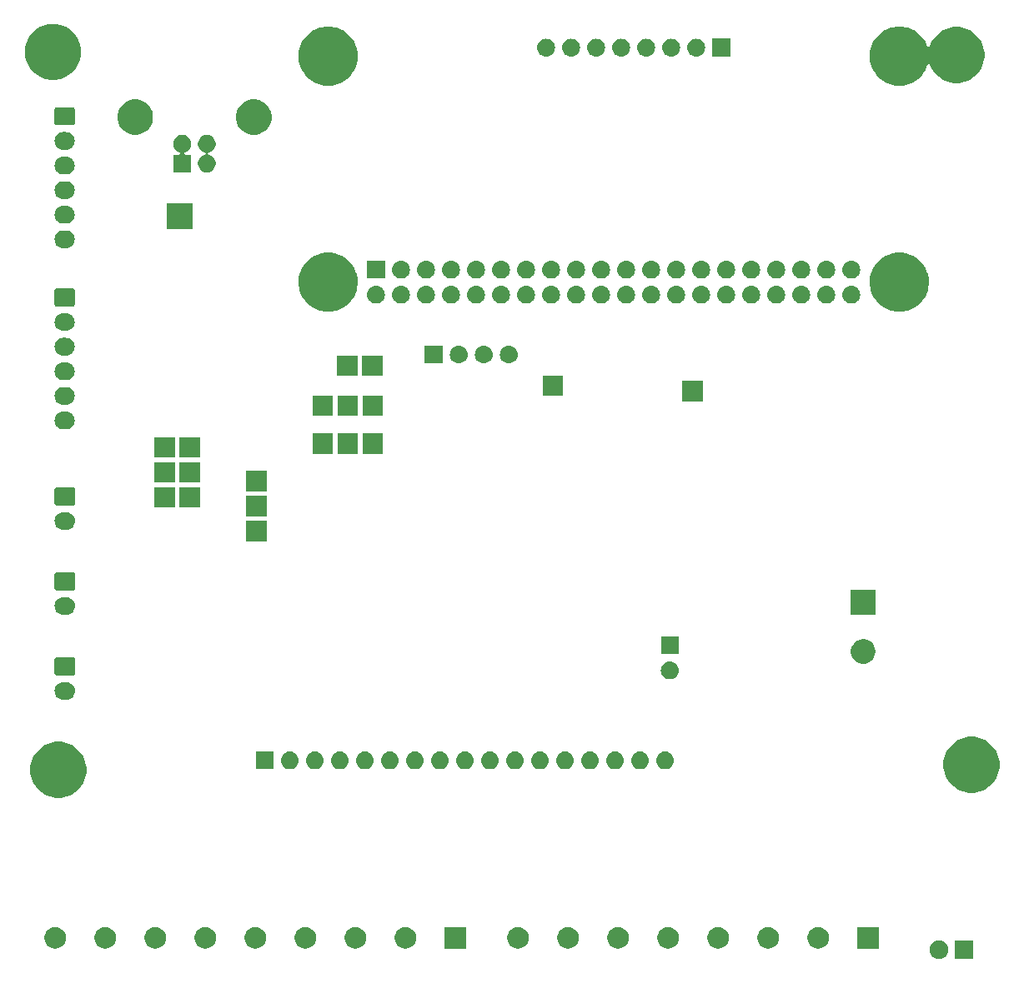
<source format=gbr>
%TF.GenerationSoftware,KiCad,Pcbnew,5.1.4*%
%TF.CreationDate,2019-11-11T16:17:41+01:00*%
%TF.ProjectId,main-board,6d61696e-2d62-46f6-9172-642e6b696361,rev?*%
%TF.SameCoordinates,Original*%
%TF.FileFunction,Soldermask,Bot*%
%TF.FilePolarity,Negative*%
%FSLAX46Y46*%
G04 Gerber Fmt 4.6, Leading zero omitted, Abs format (unit mm)*
G04 Created by KiCad (PCBNEW 5.1.4) date 2019-11-11 16:17:41*
%MOMM*%
%LPD*%
G04 APERTURE LIST*
%ADD10C,0.100000*%
G04 APERTURE END LIST*
D10*
G36*
X190181000Y-141413000D02*
G01*
X188279000Y-141413000D01*
X188279000Y-139511000D01*
X190181000Y-139511000D01*
X190181000Y-141413000D01*
X190181000Y-141413000D01*
G37*
G36*
X186967395Y-139547546D02*
G01*
X187140466Y-139619234D01*
X187140467Y-139619235D01*
X187296227Y-139723310D01*
X187428690Y-139855773D01*
X187428691Y-139855775D01*
X187532766Y-140011534D01*
X187604454Y-140184605D01*
X187641000Y-140368333D01*
X187641000Y-140555667D01*
X187604454Y-140739395D01*
X187532766Y-140912466D01*
X187532765Y-140912467D01*
X187428690Y-141068227D01*
X187296227Y-141200690D01*
X187217818Y-141253081D01*
X187140466Y-141304766D01*
X186967395Y-141376454D01*
X186783667Y-141413000D01*
X186596333Y-141413000D01*
X186412605Y-141376454D01*
X186239534Y-141304766D01*
X186162182Y-141253081D01*
X186083773Y-141200690D01*
X185951310Y-141068227D01*
X185847235Y-140912467D01*
X185847234Y-140912466D01*
X185775546Y-140739395D01*
X185739000Y-140555667D01*
X185739000Y-140368333D01*
X185775546Y-140184605D01*
X185847234Y-140011534D01*
X185951309Y-139855775D01*
X185951310Y-139855773D01*
X186083773Y-139723310D01*
X186239533Y-139619235D01*
X186239534Y-139619234D01*
X186412605Y-139547546D01*
X186596333Y-139511000D01*
X186783667Y-139511000D01*
X186967395Y-139547546D01*
X186967395Y-139547546D01*
G37*
G36*
X169556594Y-138162955D02*
G01*
X169662950Y-138184111D01*
X169763134Y-138225609D01*
X169863320Y-138267107D01*
X170043644Y-138387595D01*
X170197005Y-138540956D01*
X170317493Y-138721280D01*
X170400489Y-138921651D01*
X170442800Y-139134360D01*
X170442800Y-139351240D01*
X170400489Y-139563949D01*
X170317493Y-139764320D01*
X170197005Y-139944644D01*
X170043644Y-140098005D01*
X169863320Y-140218493D01*
X169662950Y-140301489D01*
X169556595Y-140322644D01*
X169450240Y-140343800D01*
X169233360Y-140343800D01*
X169127005Y-140322644D01*
X169020650Y-140301489D01*
X168820280Y-140218493D01*
X168639956Y-140098005D01*
X168486595Y-139944644D01*
X168366107Y-139764320D01*
X168283111Y-139563949D01*
X168240800Y-139351240D01*
X168240800Y-139134360D01*
X168283111Y-138921651D01*
X168366107Y-138721280D01*
X168486595Y-138540956D01*
X168639956Y-138387595D01*
X168820280Y-138267107D01*
X168920466Y-138225609D01*
X169020650Y-138184111D01*
X169127006Y-138162955D01*
X169233360Y-138141800D01*
X169450240Y-138141800D01*
X169556594Y-138162955D01*
X169556594Y-138162955D01*
G37*
G36*
X122566594Y-138162955D02*
G01*
X122672950Y-138184111D01*
X122773134Y-138225609D01*
X122873320Y-138267107D01*
X123053644Y-138387595D01*
X123207005Y-138540956D01*
X123327493Y-138721280D01*
X123410489Y-138921651D01*
X123452800Y-139134360D01*
X123452800Y-139351240D01*
X123410489Y-139563949D01*
X123327493Y-139764320D01*
X123207005Y-139944644D01*
X123053644Y-140098005D01*
X122873320Y-140218493D01*
X122672950Y-140301489D01*
X122566595Y-140322644D01*
X122460240Y-140343800D01*
X122243360Y-140343800D01*
X122137005Y-140322644D01*
X122030650Y-140301489D01*
X121830280Y-140218493D01*
X121649956Y-140098005D01*
X121496595Y-139944644D01*
X121376107Y-139764320D01*
X121293111Y-139563949D01*
X121250800Y-139351240D01*
X121250800Y-139134360D01*
X121293111Y-138921651D01*
X121376107Y-138721280D01*
X121496595Y-138540956D01*
X121649956Y-138387595D01*
X121830280Y-138267107D01*
X121930466Y-138225609D01*
X122030650Y-138184111D01*
X122137006Y-138162955D01*
X122243360Y-138141800D01*
X122460240Y-138141800D01*
X122566594Y-138162955D01*
X122566594Y-138162955D01*
G37*
G36*
X159396594Y-138162955D02*
G01*
X159502950Y-138184111D01*
X159603134Y-138225609D01*
X159703320Y-138267107D01*
X159883644Y-138387595D01*
X160037005Y-138540956D01*
X160157493Y-138721280D01*
X160240489Y-138921651D01*
X160282800Y-139134360D01*
X160282800Y-139351240D01*
X160240489Y-139563949D01*
X160157493Y-139764320D01*
X160037005Y-139944644D01*
X159883644Y-140098005D01*
X159703320Y-140218493D01*
X159502950Y-140301489D01*
X159396595Y-140322644D01*
X159290240Y-140343800D01*
X159073360Y-140343800D01*
X158967005Y-140322644D01*
X158860650Y-140301489D01*
X158660280Y-140218493D01*
X158479956Y-140098005D01*
X158326595Y-139944644D01*
X158206107Y-139764320D01*
X158123111Y-139563949D01*
X158080800Y-139351240D01*
X158080800Y-139134360D01*
X158123111Y-138921651D01*
X158206107Y-138721280D01*
X158326595Y-138540956D01*
X158479956Y-138387595D01*
X158660280Y-138267107D01*
X158760466Y-138225609D01*
X158860650Y-138184111D01*
X158967006Y-138162955D01*
X159073360Y-138141800D01*
X159290240Y-138141800D01*
X159396594Y-138162955D01*
X159396594Y-138162955D01*
G37*
G36*
X154316594Y-138162955D02*
G01*
X154422950Y-138184111D01*
X154523134Y-138225609D01*
X154623320Y-138267107D01*
X154803644Y-138387595D01*
X154957005Y-138540956D01*
X155077493Y-138721280D01*
X155160489Y-138921651D01*
X155202800Y-139134360D01*
X155202800Y-139351240D01*
X155160489Y-139563949D01*
X155077493Y-139764320D01*
X154957005Y-139944644D01*
X154803644Y-140098005D01*
X154623320Y-140218493D01*
X154422950Y-140301489D01*
X154316595Y-140322644D01*
X154210240Y-140343800D01*
X153993360Y-140343800D01*
X153887005Y-140322644D01*
X153780650Y-140301489D01*
X153580280Y-140218493D01*
X153399956Y-140098005D01*
X153246595Y-139944644D01*
X153126107Y-139764320D01*
X153043111Y-139563949D01*
X153000800Y-139351240D01*
X153000800Y-139134360D01*
X153043111Y-138921651D01*
X153126107Y-138721280D01*
X153246595Y-138540956D01*
X153399956Y-138387595D01*
X153580280Y-138267107D01*
X153680466Y-138225609D01*
X153780650Y-138184111D01*
X153887006Y-138162955D01*
X153993360Y-138141800D01*
X154210240Y-138141800D01*
X154316594Y-138162955D01*
X154316594Y-138162955D01*
G37*
G36*
X149236594Y-138162955D02*
G01*
X149342950Y-138184111D01*
X149443134Y-138225609D01*
X149543320Y-138267107D01*
X149723644Y-138387595D01*
X149877005Y-138540956D01*
X149997493Y-138721280D01*
X150080489Y-138921651D01*
X150122800Y-139134360D01*
X150122800Y-139351240D01*
X150080489Y-139563949D01*
X149997493Y-139764320D01*
X149877005Y-139944644D01*
X149723644Y-140098005D01*
X149543320Y-140218493D01*
X149342950Y-140301489D01*
X149236595Y-140322644D01*
X149130240Y-140343800D01*
X148913360Y-140343800D01*
X148807005Y-140322644D01*
X148700650Y-140301489D01*
X148500280Y-140218493D01*
X148319956Y-140098005D01*
X148166595Y-139944644D01*
X148046107Y-139764320D01*
X147963111Y-139563949D01*
X147920800Y-139351240D01*
X147920800Y-139134360D01*
X147963111Y-138921651D01*
X148046107Y-138721280D01*
X148166595Y-138540956D01*
X148319956Y-138387595D01*
X148500280Y-138267107D01*
X148600466Y-138225609D01*
X148700650Y-138184111D01*
X148807006Y-138162955D01*
X148913360Y-138141800D01*
X149130240Y-138141800D01*
X149236594Y-138162955D01*
X149236594Y-138162955D01*
G37*
G36*
X144156594Y-138162955D02*
G01*
X144262950Y-138184111D01*
X144363134Y-138225609D01*
X144463320Y-138267107D01*
X144643644Y-138387595D01*
X144797005Y-138540956D01*
X144917493Y-138721280D01*
X145000489Y-138921651D01*
X145042800Y-139134360D01*
X145042800Y-139351240D01*
X145000489Y-139563949D01*
X144917493Y-139764320D01*
X144797005Y-139944644D01*
X144643644Y-140098005D01*
X144463320Y-140218493D01*
X144262950Y-140301489D01*
X144156595Y-140322644D01*
X144050240Y-140343800D01*
X143833360Y-140343800D01*
X143727005Y-140322644D01*
X143620650Y-140301489D01*
X143420280Y-140218493D01*
X143239956Y-140098005D01*
X143086595Y-139944644D01*
X142966107Y-139764320D01*
X142883111Y-139563949D01*
X142840800Y-139351240D01*
X142840800Y-139134360D01*
X142883111Y-138921651D01*
X142966107Y-138721280D01*
X143086595Y-138540956D01*
X143239956Y-138387595D01*
X143420280Y-138267107D01*
X143520466Y-138225609D01*
X143620650Y-138184111D01*
X143727006Y-138162955D01*
X143833360Y-138141800D01*
X144050240Y-138141800D01*
X144156594Y-138162955D01*
X144156594Y-138162955D01*
G37*
G36*
X138692800Y-140343800D02*
G01*
X136490800Y-140343800D01*
X136490800Y-138141800D01*
X138692800Y-138141800D01*
X138692800Y-140343800D01*
X138692800Y-140343800D01*
G37*
G36*
X132726594Y-138162955D02*
G01*
X132832950Y-138184111D01*
X132933134Y-138225609D01*
X133033320Y-138267107D01*
X133213644Y-138387595D01*
X133367005Y-138540956D01*
X133487493Y-138721280D01*
X133570489Y-138921651D01*
X133612800Y-139134360D01*
X133612800Y-139351240D01*
X133570489Y-139563949D01*
X133487493Y-139764320D01*
X133367005Y-139944644D01*
X133213644Y-140098005D01*
X133033320Y-140218493D01*
X132832950Y-140301489D01*
X132726595Y-140322644D01*
X132620240Y-140343800D01*
X132403360Y-140343800D01*
X132297005Y-140322644D01*
X132190650Y-140301489D01*
X131990280Y-140218493D01*
X131809956Y-140098005D01*
X131656595Y-139944644D01*
X131536107Y-139764320D01*
X131453111Y-139563949D01*
X131410800Y-139351240D01*
X131410800Y-139134360D01*
X131453111Y-138921651D01*
X131536107Y-138721280D01*
X131656595Y-138540956D01*
X131809956Y-138387595D01*
X131990280Y-138267107D01*
X132090466Y-138225609D01*
X132190650Y-138184111D01*
X132297006Y-138162955D01*
X132403360Y-138141800D01*
X132620240Y-138141800D01*
X132726594Y-138162955D01*
X132726594Y-138162955D01*
G37*
G36*
X127646594Y-138162955D02*
G01*
X127752950Y-138184111D01*
X127853134Y-138225609D01*
X127953320Y-138267107D01*
X128133644Y-138387595D01*
X128287005Y-138540956D01*
X128407493Y-138721280D01*
X128490489Y-138921651D01*
X128532800Y-139134360D01*
X128532800Y-139351240D01*
X128490489Y-139563949D01*
X128407493Y-139764320D01*
X128287005Y-139944644D01*
X128133644Y-140098005D01*
X127953320Y-140218493D01*
X127752950Y-140301489D01*
X127646595Y-140322644D01*
X127540240Y-140343800D01*
X127323360Y-140343800D01*
X127217005Y-140322644D01*
X127110650Y-140301489D01*
X126910280Y-140218493D01*
X126729956Y-140098005D01*
X126576595Y-139944644D01*
X126456107Y-139764320D01*
X126373111Y-139563949D01*
X126330800Y-139351240D01*
X126330800Y-139134360D01*
X126373111Y-138921651D01*
X126456107Y-138721280D01*
X126576595Y-138540956D01*
X126729956Y-138387595D01*
X126910280Y-138267107D01*
X127010466Y-138225609D01*
X127110650Y-138184111D01*
X127217006Y-138162955D01*
X127323360Y-138141800D01*
X127540240Y-138141800D01*
X127646594Y-138162955D01*
X127646594Y-138162955D01*
G37*
G36*
X117486594Y-138162955D02*
G01*
X117592950Y-138184111D01*
X117693134Y-138225609D01*
X117793320Y-138267107D01*
X117973644Y-138387595D01*
X118127005Y-138540956D01*
X118247493Y-138721280D01*
X118330489Y-138921651D01*
X118372800Y-139134360D01*
X118372800Y-139351240D01*
X118330489Y-139563949D01*
X118247493Y-139764320D01*
X118127005Y-139944644D01*
X117973644Y-140098005D01*
X117793320Y-140218493D01*
X117592950Y-140301489D01*
X117486595Y-140322644D01*
X117380240Y-140343800D01*
X117163360Y-140343800D01*
X117057005Y-140322644D01*
X116950650Y-140301489D01*
X116750280Y-140218493D01*
X116569956Y-140098005D01*
X116416595Y-139944644D01*
X116296107Y-139764320D01*
X116213111Y-139563949D01*
X116170800Y-139351240D01*
X116170800Y-139134360D01*
X116213111Y-138921651D01*
X116296107Y-138721280D01*
X116416595Y-138540956D01*
X116569956Y-138387595D01*
X116750280Y-138267107D01*
X116850466Y-138225609D01*
X116950650Y-138184111D01*
X117057006Y-138162955D01*
X117163360Y-138141800D01*
X117380240Y-138141800D01*
X117486594Y-138162955D01*
X117486594Y-138162955D01*
G37*
G36*
X112406594Y-138162955D02*
G01*
X112512950Y-138184111D01*
X112613134Y-138225609D01*
X112713320Y-138267107D01*
X112893644Y-138387595D01*
X113047005Y-138540956D01*
X113167493Y-138721280D01*
X113250489Y-138921651D01*
X113292800Y-139134360D01*
X113292800Y-139351240D01*
X113250489Y-139563949D01*
X113167493Y-139764320D01*
X113047005Y-139944644D01*
X112893644Y-140098005D01*
X112713320Y-140218493D01*
X112512950Y-140301489D01*
X112406595Y-140322644D01*
X112300240Y-140343800D01*
X112083360Y-140343800D01*
X111977005Y-140322644D01*
X111870650Y-140301489D01*
X111670280Y-140218493D01*
X111489956Y-140098005D01*
X111336595Y-139944644D01*
X111216107Y-139764320D01*
X111133111Y-139563949D01*
X111090800Y-139351240D01*
X111090800Y-139134360D01*
X111133111Y-138921651D01*
X111216107Y-138721280D01*
X111336595Y-138540956D01*
X111489956Y-138387595D01*
X111670280Y-138267107D01*
X111770466Y-138225609D01*
X111870650Y-138184111D01*
X111977006Y-138162955D01*
X112083360Y-138141800D01*
X112300240Y-138141800D01*
X112406594Y-138162955D01*
X112406594Y-138162955D01*
G37*
G36*
X107326594Y-138162955D02*
G01*
X107432950Y-138184111D01*
X107533134Y-138225609D01*
X107633320Y-138267107D01*
X107813644Y-138387595D01*
X107967005Y-138540956D01*
X108087493Y-138721280D01*
X108170489Y-138921651D01*
X108212800Y-139134360D01*
X108212800Y-139351240D01*
X108170489Y-139563949D01*
X108087493Y-139764320D01*
X107967005Y-139944644D01*
X107813644Y-140098005D01*
X107633320Y-140218493D01*
X107432950Y-140301489D01*
X107326595Y-140322644D01*
X107220240Y-140343800D01*
X107003360Y-140343800D01*
X106897005Y-140322644D01*
X106790650Y-140301489D01*
X106590280Y-140218493D01*
X106409956Y-140098005D01*
X106256595Y-139944644D01*
X106136107Y-139764320D01*
X106053111Y-139563949D01*
X106010800Y-139351240D01*
X106010800Y-139134360D01*
X106053111Y-138921651D01*
X106136107Y-138721280D01*
X106256595Y-138540956D01*
X106409956Y-138387595D01*
X106590280Y-138267107D01*
X106690466Y-138225609D01*
X106790650Y-138184111D01*
X106897006Y-138162955D01*
X107003360Y-138141800D01*
X107220240Y-138141800D01*
X107326594Y-138162955D01*
X107326594Y-138162955D01*
G37*
G36*
X102246594Y-138162955D02*
G01*
X102352950Y-138184111D01*
X102453134Y-138225609D01*
X102553320Y-138267107D01*
X102733644Y-138387595D01*
X102887005Y-138540956D01*
X103007493Y-138721280D01*
X103090489Y-138921651D01*
X103132800Y-139134360D01*
X103132800Y-139351240D01*
X103090489Y-139563949D01*
X103007493Y-139764320D01*
X102887005Y-139944644D01*
X102733644Y-140098005D01*
X102553320Y-140218493D01*
X102352950Y-140301489D01*
X102246595Y-140322644D01*
X102140240Y-140343800D01*
X101923360Y-140343800D01*
X101817005Y-140322644D01*
X101710650Y-140301489D01*
X101510280Y-140218493D01*
X101329956Y-140098005D01*
X101176595Y-139944644D01*
X101056107Y-139764320D01*
X100973111Y-139563949D01*
X100930800Y-139351240D01*
X100930800Y-139134360D01*
X100973111Y-138921651D01*
X101056107Y-138721280D01*
X101176595Y-138540956D01*
X101329956Y-138387595D01*
X101510280Y-138267107D01*
X101610466Y-138225609D01*
X101710650Y-138184111D01*
X101817006Y-138162955D01*
X101923360Y-138141800D01*
X102140240Y-138141800D01*
X102246594Y-138162955D01*
X102246594Y-138162955D01*
G37*
G36*
X97166594Y-138162955D02*
G01*
X97272950Y-138184111D01*
X97373134Y-138225609D01*
X97473320Y-138267107D01*
X97653644Y-138387595D01*
X97807005Y-138540956D01*
X97927493Y-138721280D01*
X98010489Y-138921651D01*
X98052800Y-139134360D01*
X98052800Y-139351240D01*
X98010489Y-139563949D01*
X97927493Y-139764320D01*
X97807005Y-139944644D01*
X97653644Y-140098005D01*
X97473320Y-140218493D01*
X97272950Y-140301489D01*
X97166595Y-140322644D01*
X97060240Y-140343800D01*
X96843360Y-140343800D01*
X96737005Y-140322644D01*
X96630650Y-140301489D01*
X96430280Y-140218493D01*
X96249956Y-140098005D01*
X96096595Y-139944644D01*
X95976107Y-139764320D01*
X95893111Y-139563949D01*
X95850800Y-139351240D01*
X95850800Y-139134360D01*
X95893111Y-138921651D01*
X95976107Y-138721280D01*
X96096595Y-138540956D01*
X96249956Y-138387595D01*
X96430280Y-138267107D01*
X96530466Y-138225609D01*
X96630650Y-138184111D01*
X96737006Y-138162955D01*
X96843360Y-138141800D01*
X97060240Y-138141800D01*
X97166594Y-138162955D01*
X97166594Y-138162955D01*
G37*
G36*
X180602800Y-140343800D02*
G01*
X178400800Y-140343800D01*
X178400800Y-138141800D01*
X180602800Y-138141800D01*
X180602800Y-140343800D01*
X180602800Y-140343800D01*
G37*
G36*
X174636594Y-138162955D02*
G01*
X174742950Y-138184111D01*
X174843134Y-138225609D01*
X174943320Y-138267107D01*
X175123644Y-138387595D01*
X175277005Y-138540956D01*
X175397493Y-138721280D01*
X175480489Y-138921651D01*
X175522800Y-139134360D01*
X175522800Y-139351240D01*
X175480489Y-139563949D01*
X175397493Y-139764320D01*
X175277005Y-139944644D01*
X175123644Y-140098005D01*
X174943320Y-140218493D01*
X174742950Y-140301489D01*
X174636595Y-140322644D01*
X174530240Y-140343800D01*
X174313360Y-140343800D01*
X174207005Y-140322644D01*
X174100650Y-140301489D01*
X173900280Y-140218493D01*
X173719956Y-140098005D01*
X173566595Y-139944644D01*
X173446107Y-139764320D01*
X173363111Y-139563949D01*
X173320800Y-139351240D01*
X173320800Y-139134360D01*
X173363111Y-138921651D01*
X173446107Y-138721280D01*
X173566595Y-138540956D01*
X173719956Y-138387595D01*
X173900280Y-138267107D01*
X174000466Y-138225609D01*
X174100650Y-138184111D01*
X174207006Y-138162955D01*
X174313360Y-138141800D01*
X174530240Y-138141800D01*
X174636594Y-138162955D01*
X174636594Y-138162955D01*
G37*
G36*
X164476594Y-138162955D02*
G01*
X164582950Y-138184111D01*
X164683134Y-138225609D01*
X164783320Y-138267107D01*
X164963644Y-138387595D01*
X165117005Y-138540956D01*
X165237493Y-138721280D01*
X165320489Y-138921651D01*
X165362800Y-139134360D01*
X165362800Y-139351240D01*
X165320489Y-139563949D01*
X165237493Y-139764320D01*
X165117005Y-139944644D01*
X164963644Y-140098005D01*
X164783320Y-140218493D01*
X164582950Y-140301489D01*
X164476595Y-140322644D01*
X164370240Y-140343800D01*
X164153360Y-140343800D01*
X164047005Y-140322644D01*
X163940650Y-140301489D01*
X163740280Y-140218493D01*
X163559956Y-140098005D01*
X163406595Y-139944644D01*
X163286107Y-139764320D01*
X163203111Y-139563949D01*
X163160800Y-139351240D01*
X163160800Y-139134360D01*
X163203111Y-138921651D01*
X163286107Y-138721280D01*
X163406595Y-138540956D01*
X163559956Y-138387595D01*
X163740280Y-138267107D01*
X163840466Y-138225609D01*
X163940650Y-138184111D01*
X164047006Y-138162955D01*
X164153360Y-138141800D01*
X164370240Y-138141800D01*
X164476594Y-138162955D01*
X164476594Y-138162955D01*
G37*
G36*
X98113606Y-119432562D02*
G01*
X98632455Y-119647476D01*
X99099407Y-119959484D01*
X99496516Y-120356593D01*
X99808524Y-120823545D01*
X100023438Y-121342394D01*
X100031953Y-121385201D01*
X100133000Y-121893200D01*
X100133000Y-122454800D01*
X100124485Y-122497606D01*
X100023438Y-123005606D01*
X99808524Y-123524455D01*
X99570611Y-123880516D01*
X99496517Y-123991406D01*
X99099406Y-124388517D01*
X99006524Y-124450579D01*
X98632455Y-124700524D01*
X98113606Y-124915438D01*
X97562800Y-125025000D01*
X97001200Y-125025000D01*
X96450394Y-124915438D01*
X95931545Y-124700524D01*
X95557476Y-124450579D01*
X95464594Y-124388517D01*
X95067483Y-123991406D01*
X94993389Y-123880516D01*
X94755476Y-123524455D01*
X94540562Y-123005606D01*
X94439515Y-122497606D01*
X94431000Y-122454800D01*
X94431000Y-121893200D01*
X94532047Y-121385201D01*
X94540562Y-121342394D01*
X94755476Y-120823545D01*
X95067484Y-120356593D01*
X95464593Y-119959484D01*
X95931545Y-119647476D01*
X96450394Y-119432562D01*
X97001200Y-119323000D01*
X97562800Y-119323000D01*
X98113606Y-119432562D01*
X98113606Y-119432562D01*
G37*
G36*
X190823606Y-118924562D02*
G01*
X191342455Y-119139476D01*
X191716524Y-119389421D01*
X191781089Y-119432562D01*
X191809407Y-119451484D01*
X192206516Y-119848593D01*
X192518524Y-120315545D01*
X192733438Y-120834394D01*
X192772779Y-121032173D01*
X192834486Y-121342395D01*
X192843000Y-121385201D01*
X192843000Y-121946799D01*
X192733438Y-122497606D01*
X192518524Y-123016455D01*
X192206516Y-123483407D01*
X191809407Y-123880516D01*
X191342455Y-124192524D01*
X190823606Y-124407438D01*
X190272800Y-124517000D01*
X189711200Y-124517000D01*
X189160394Y-124407438D01*
X188641545Y-124192524D01*
X188174593Y-123880516D01*
X187777484Y-123483407D01*
X187465476Y-123016455D01*
X187250562Y-122497606D01*
X187141000Y-121946799D01*
X187141000Y-121385201D01*
X187149515Y-121342395D01*
X187211221Y-121032173D01*
X187250562Y-120834394D01*
X187465476Y-120315545D01*
X187777484Y-119848593D01*
X188174593Y-119451484D01*
X188202912Y-119432562D01*
X188267476Y-119389421D01*
X188641545Y-119139476D01*
X189160394Y-118924562D01*
X189711200Y-118815000D01*
X190272800Y-118815000D01*
X190823606Y-118924562D01*
X190823606Y-118924562D01*
G37*
G36*
X156447443Y-120314319D02*
G01*
X156513627Y-120320837D01*
X156683466Y-120372357D01*
X156839991Y-120456022D01*
X156875729Y-120485352D01*
X156977186Y-120568614D01*
X157060448Y-120670071D01*
X157089778Y-120705809D01*
X157173443Y-120862334D01*
X157224963Y-121032173D01*
X157242359Y-121208800D01*
X157224963Y-121385427D01*
X157173443Y-121555266D01*
X157089778Y-121711791D01*
X157060448Y-121747529D01*
X156977186Y-121848986D01*
X156875729Y-121932248D01*
X156839991Y-121961578D01*
X156683466Y-122045243D01*
X156513627Y-122096763D01*
X156447443Y-122103281D01*
X156381260Y-122109800D01*
X156292740Y-122109800D01*
X156226557Y-122103281D01*
X156160373Y-122096763D01*
X155990534Y-122045243D01*
X155834009Y-121961578D01*
X155798271Y-121932248D01*
X155696814Y-121848986D01*
X155613552Y-121747529D01*
X155584222Y-121711791D01*
X155500557Y-121555266D01*
X155449037Y-121385427D01*
X155431641Y-121208800D01*
X155449037Y-121032173D01*
X155500557Y-120862334D01*
X155584222Y-120705809D01*
X155613552Y-120670071D01*
X155696814Y-120568614D01*
X155798271Y-120485352D01*
X155834009Y-120456022D01*
X155990534Y-120372357D01*
X156160373Y-120320837D01*
X156226557Y-120314319D01*
X156292740Y-120307800D01*
X156381260Y-120307800D01*
X156447443Y-120314319D01*
X156447443Y-120314319D01*
G37*
G36*
X153907443Y-120314319D02*
G01*
X153973627Y-120320837D01*
X154143466Y-120372357D01*
X154299991Y-120456022D01*
X154335729Y-120485352D01*
X154437186Y-120568614D01*
X154520448Y-120670071D01*
X154549778Y-120705809D01*
X154633443Y-120862334D01*
X154684963Y-121032173D01*
X154702359Y-121208800D01*
X154684963Y-121385427D01*
X154633443Y-121555266D01*
X154549778Y-121711791D01*
X154520448Y-121747529D01*
X154437186Y-121848986D01*
X154335729Y-121932248D01*
X154299991Y-121961578D01*
X154143466Y-122045243D01*
X153973627Y-122096763D01*
X153907443Y-122103281D01*
X153841260Y-122109800D01*
X153752740Y-122109800D01*
X153686557Y-122103281D01*
X153620373Y-122096763D01*
X153450534Y-122045243D01*
X153294009Y-121961578D01*
X153258271Y-121932248D01*
X153156814Y-121848986D01*
X153073552Y-121747529D01*
X153044222Y-121711791D01*
X152960557Y-121555266D01*
X152909037Y-121385427D01*
X152891641Y-121208800D01*
X152909037Y-121032173D01*
X152960557Y-120862334D01*
X153044222Y-120705809D01*
X153073552Y-120670071D01*
X153156814Y-120568614D01*
X153258271Y-120485352D01*
X153294009Y-120456022D01*
X153450534Y-120372357D01*
X153620373Y-120320837D01*
X153686557Y-120314319D01*
X153752740Y-120307800D01*
X153841260Y-120307800D01*
X153907443Y-120314319D01*
X153907443Y-120314319D01*
G37*
G36*
X151367443Y-120314319D02*
G01*
X151433627Y-120320837D01*
X151603466Y-120372357D01*
X151759991Y-120456022D01*
X151795729Y-120485352D01*
X151897186Y-120568614D01*
X151980448Y-120670071D01*
X152009778Y-120705809D01*
X152093443Y-120862334D01*
X152144963Y-121032173D01*
X152162359Y-121208800D01*
X152144963Y-121385427D01*
X152093443Y-121555266D01*
X152009778Y-121711791D01*
X151980448Y-121747529D01*
X151897186Y-121848986D01*
X151795729Y-121932248D01*
X151759991Y-121961578D01*
X151603466Y-122045243D01*
X151433627Y-122096763D01*
X151367443Y-122103281D01*
X151301260Y-122109800D01*
X151212740Y-122109800D01*
X151146557Y-122103281D01*
X151080373Y-122096763D01*
X150910534Y-122045243D01*
X150754009Y-121961578D01*
X150718271Y-121932248D01*
X150616814Y-121848986D01*
X150533552Y-121747529D01*
X150504222Y-121711791D01*
X150420557Y-121555266D01*
X150369037Y-121385427D01*
X150351641Y-121208800D01*
X150369037Y-121032173D01*
X150420557Y-120862334D01*
X150504222Y-120705809D01*
X150533552Y-120670071D01*
X150616814Y-120568614D01*
X150718271Y-120485352D01*
X150754009Y-120456022D01*
X150910534Y-120372357D01*
X151080373Y-120320837D01*
X151146557Y-120314319D01*
X151212740Y-120307800D01*
X151301260Y-120307800D01*
X151367443Y-120314319D01*
X151367443Y-120314319D01*
G37*
G36*
X148827443Y-120314319D02*
G01*
X148893627Y-120320837D01*
X149063466Y-120372357D01*
X149219991Y-120456022D01*
X149255729Y-120485352D01*
X149357186Y-120568614D01*
X149440448Y-120670071D01*
X149469778Y-120705809D01*
X149553443Y-120862334D01*
X149604963Y-121032173D01*
X149622359Y-121208800D01*
X149604963Y-121385427D01*
X149553443Y-121555266D01*
X149469778Y-121711791D01*
X149440448Y-121747529D01*
X149357186Y-121848986D01*
X149255729Y-121932248D01*
X149219991Y-121961578D01*
X149063466Y-122045243D01*
X148893627Y-122096763D01*
X148827443Y-122103281D01*
X148761260Y-122109800D01*
X148672740Y-122109800D01*
X148606557Y-122103281D01*
X148540373Y-122096763D01*
X148370534Y-122045243D01*
X148214009Y-121961578D01*
X148178271Y-121932248D01*
X148076814Y-121848986D01*
X147993552Y-121747529D01*
X147964222Y-121711791D01*
X147880557Y-121555266D01*
X147829037Y-121385427D01*
X147811641Y-121208800D01*
X147829037Y-121032173D01*
X147880557Y-120862334D01*
X147964222Y-120705809D01*
X147993552Y-120670071D01*
X148076814Y-120568614D01*
X148178271Y-120485352D01*
X148214009Y-120456022D01*
X148370534Y-120372357D01*
X148540373Y-120320837D01*
X148606557Y-120314319D01*
X148672740Y-120307800D01*
X148761260Y-120307800D01*
X148827443Y-120314319D01*
X148827443Y-120314319D01*
G37*
G36*
X146287443Y-120314319D02*
G01*
X146353627Y-120320837D01*
X146523466Y-120372357D01*
X146679991Y-120456022D01*
X146715729Y-120485352D01*
X146817186Y-120568614D01*
X146900448Y-120670071D01*
X146929778Y-120705809D01*
X147013443Y-120862334D01*
X147064963Y-121032173D01*
X147082359Y-121208800D01*
X147064963Y-121385427D01*
X147013443Y-121555266D01*
X146929778Y-121711791D01*
X146900448Y-121747529D01*
X146817186Y-121848986D01*
X146715729Y-121932248D01*
X146679991Y-121961578D01*
X146523466Y-122045243D01*
X146353627Y-122096763D01*
X146287443Y-122103281D01*
X146221260Y-122109800D01*
X146132740Y-122109800D01*
X146066557Y-122103281D01*
X146000373Y-122096763D01*
X145830534Y-122045243D01*
X145674009Y-121961578D01*
X145638271Y-121932248D01*
X145536814Y-121848986D01*
X145453552Y-121747529D01*
X145424222Y-121711791D01*
X145340557Y-121555266D01*
X145289037Y-121385427D01*
X145271641Y-121208800D01*
X145289037Y-121032173D01*
X145340557Y-120862334D01*
X145424222Y-120705809D01*
X145453552Y-120670071D01*
X145536814Y-120568614D01*
X145638271Y-120485352D01*
X145674009Y-120456022D01*
X145830534Y-120372357D01*
X146000373Y-120320837D01*
X146066557Y-120314319D01*
X146132740Y-120307800D01*
X146221260Y-120307800D01*
X146287443Y-120314319D01*
X146287443Y-120314319D01*
G37*
G36*
X143747443Y-120314319D02*
G01*
X143813627Y-120320837D01*
X143983466Y-120372357D01*
X144139991Y-120456022D01*
X144175729Y-120485352D01*
X144277186Y-120568614D01*
X144360448Y-120670071D01*
X144389778Y-120705809D01*
X144473443Y-120862334D01*
X144524963Y-121032173D01*
X144542359Y-121208800D01*
X144524963Y-121385427D01*
X144473443Y-121555266D01*
X144389778Y-121711791D01*
X144360448Y-121747529D01*
X144277186Y-121848986D01*
X144175729Y-121932248D01*
X144139991Y-121961578D01*
X143983466Y-122045243D01*
X143813627Y-122096763D01*
X143747443Y-122103281D01*
X143681260Y-122109800D01*
X143592740Y-122109800D01*
X143526557Y-122103281D01*
X143460373Y-122096763D01*
X143290534Y-122045243D01*
X143134009Y-121961578D01*
X143098271Y-121932248D01*
X142996814Y-121848986D01*
X142913552Y-121747529D01*
X142884222Y-121711791D01*
X142800557Y-121555266D01*
X142749037Y-121385427D01*
X142731641Y-121208800D01*
X142749037Y-121032173D01*
X142800557Y-120862334D01*
X142884222Y-120705809D01*
X142913552Y-120670071D01*
X142996814Y-120568614D01*
X143098271Y-120485352D01*
X143134009Y-120456022D01*
X143290534Y-120372357D01*
X143460373Y-120320837D01*
X143526557Y-120314319D01*
X143592740Y-120307800D01*
X143681260Y-120307800D01*
X143747443Y-120314319D01*
X143747443Y-120314319D01*
G37*
G36*
X141207443Y-120314319D02*
G01*
X141273627Y-120320837D01*
X141443466Y-120372357D01*
X141599991Y-120456022D01*
X141635729Y-120485352D01*
X141737186Y-120568614D01*
X141820448Y-120670071D01*
X141849778Y-120705809D01*
X141933443Y-120862334D01*
X141984963Y-121032173D01*
X142002359Y-121208800D01*
X141984963Y-121385427D01*
X141933443Y-121555266D01*
X141849778Y-121711791D01*
X141820448Y-121747529D01*
X141737186Y-121848986D01*
X141635729Y-121932248D01*
X141599991Y-121961578D01*
X141443466Y-122045243D01*
X141273627Y-122096763D01*
X141207443Y-122103281D01*
X141141260Y-122109800D01*
X141052740Y-122109800D01*
X140986557Y-122103281D01*
X140920373Y-122096763D01*
X140750534Y-122045243D01*
X140594009Y-121961578D01*
X140558271Y-121932248D01*
X140456814Y-121848986D01*
X140373552Y-121747529D01*
X140344222Y-121711791D01*
X140260557Y-121555266D01*
X140209037Y-121385427D01*
X140191641Y-121208800D01*
X140209037Y-121032173D01*
X140260557Y-120862334D01*
X140344222Y-120705809D01*
X140373552Y-120670071D01*
X140456814Y-120568614D01*
X140558271Y-120485352D01*
X140594009Y-120456022D01*
X140750534Y-120372357D01*
X140920373Y-120320837D01*
X140986557Y-120314319D01*
X141052740Y-120307800D01*
X141141260Y-120307800D01*
X141207443Y-120314319D01*
X141207443Y-120314319D01*
G37*
G36*
X138667443Y-120314319D02*
G01*
X138733627Y-120320837D01*
X138903466Y-120372357D01*
X139059991Y-120456022D01*
X139095729Y-120485352D01*
X139197186Y-120568614D01*
X139280448Y-120670071D01*
X139309778Y-120705809D01*
X139393443Y-120862334D01*
X139444963Y-121032173D01*
X139462359Y-121208800D01*
X139444963Y-121385427D01*
X139393443Y-121555266D01*
X139309778Y-121711791D01*
X139280448Y-121747529D01*
X139197186Y-121848986D01*
X139095729Y-121932248D01*
X139059991Y-121961578D01*
X138903466Y-122045243D01*
X138733627Y-122096763D01*
X138667443Y-122103281D01*
X138601260Y-122109800D01*
X138512740Y-122109800D01*
X138446557Y-122103281D01*
X138380373Y-122096763D01*
X138210534Y-122045243D01*
X138054009Y-121961578D01*
X138018271Y-121932248D01*
X137916814Y-121848986D01*
X137833552Y-121747529D01*
X137804222Y-121711791D01*
X137720557Y-121555266D01*
X137669037Y-121385427D01*
X137651641Y-121208800D01*
X137669037Y-121032173D01*
X137720557Y-120862334D01*
X137804222Y-120705809D01*
X137833552Y-120670071D01*
X137916814Y-120568614D01*
X138018271Y-120485352D01*
X138054009Y-120456022D01*
X138210534Y-120372357D01*
X138380373Y-120320837D01*
X138446557Y-120314319D01*
X138512740Y-120307800D01*
X138601260Y-120307800D01*
X138667443Y-120314319D01*
X138667443Y-120314319D01*
G37*
G36*
X133587443Y-120314319D02*
G01*
X133653627Y-120320837D01*
X133823466Y-120372357D01*
X133979991Y-120456022D01*
X134015729Y-120485352D01*
X134117186Y-120568614D01*
X134200448Y-120670071D01*
X134229778Y-120705809D01*
X134313443Y-120862334D01*
X134364963Y-121032173D01*
X134382359Y-121208800D01*
X134364963Y-121385427D01*
X134313443Y-121555266D01*
X134229778Y-121711791D01*
X134200448Y-121747529D01*
X134117186Y-121848986D01*
X134015729Y-121932248D01*
X133979991Y-121961578D01*
X133823466Y-122045243D01*
X133653627Y-122096763D01*
X133587443Y-122103281D01*
X133521260Y-122109800D01*
X133432740Y-122109800D01*
X133366557Y-122103281D01*
X133300373Y-122096763D01*
X133130534Y-122045243D01*
X132974009Y-121961578D01*
X132938271Y-121932248D01*
X132836814Y-121848986D01*
X132753552Y-121747529D01*
X132724222Y-121711791D01*
X132640557Y-121555266D01*
X132589037Y-121385427D01*
X132571641Y-121208800D01*
X132589037Y-121032173D01*
X132640557Y-120862334D01*
X132724222Y-120705809D01*
X132753552Y-120670071D01*
X132836814Y-120568614D01*
X132938271Y-120485352D01*
X132974009Y-120456022D01*
X133130534Y-120372357D01*
X133300373Y-120320837D01*
X133366557Y-120314319D01*
X133432740Y-120307800D01*
X133521260Y-120307800D01*
X133587443Y-120314319D01*
X133587443Y-120314319D01*
G37*
G36*
X158987443Y-120314319D02*
G01*
X159053627Y-120320837D01*
X159223466Y-120372357D01*
X159379991Y-120456022D01*
X159415729Y-120485352D01*
X159517186Y-120568614D01*
X159600448Y-120670071D01*
X159629778Y-120705809D01*
X159713443Y-120862334D01*
X159764963Y-121032173D01*
X159782359Y-121208800D01*
X159764963Y-121385427D01*
X159713443Y-121555266D01*
X159629778Y-121711791D01*
X159600448Y-121747529D01*
X159517186Y-121848986D01*
X159415729Y-121932248D01*
X159379991Y-121961578D01*
X159223466Y-122045243D01*
X159053627Y-122096763D01*
X158987443Y-122103281D01*
X158921260Y-122109800D01*
X158832740Y-122109800D01*
X158766557Y-122103281D01*
X158700373Y-122096763D01*
X158530534Y-122045243D01*
X158374009Y-121961578D01*
X158338271Y-121932248D01*
X158236814Y-121848986D01*
X158153552Y-121747529D01*
X158124222Y-121711791D01*
X158040557Y-121555266D01*
X157989037Y-121385427D01*
X157971641Y-121208800D01*
X157989037Y-121032173D01*
X158040557Y-120862334D01*
X158124222Y-120705809D01*
X158153552Y-120670071D01*
X158236814Y-120568614D01*
X158338271Y-120485352D01*
X158374009Y-120456022D01*
X158530534Y-120372357D01*
X158700373Y-120320837D01*
X158766557Y-120314319D01*
X158832740Y-120307800D01*
X158921260Y-120307800D01*
X158987443Y-120314319D01*
X158987443Y-120314319D01*
G37*
G36*
X136127443Y-120314319D02*
G01*
X136193627Y-120320837D01*
X136363466Y-120372357D01*
X136519991Y-120456022D01*
X136555729Y-120485352D01*
X136657186Y-120568614D01*
X136740448Y-120670071D01*
X136769778Y-120705809D01*
X136853443Y-120862334D01*
X136904963Y-121032173D01*
X136922359Y-121208800D01*
X136904963Y-121385427D01*
X136853443Y-121555266D01*
X136769778Y-121711791D01*
X136740448Y-121747529D01*
X136657186Y-121848986D01*
X136555729Y-121932248D01*
X136519991Y-121961578D01*
X136363466Y-122045243D01*
X136193627Y-122096763D01*
X136127443Y-122103281D01*
X136061260Y-122109800D01*
X135972740Y-122109800D01*
X135906557Y-122103281D01*
X135840373Y-122096763D01*
X135670534Y-122045243D01*
X135514009Y-121961578D01*
X135478271Y-121932248D01*
X135376814Y-121848986D01*
X135293552Y-121747529D01*
X135264222Y-121711791D01*
X135180557Y-121555266D01*
X135129037Y-121385427D01*
X135111641Y-121208800D01*
X135129037Y-121032173D01*
X135180557Y-120862334D01*
X135264222Y-120705809D01*
X135293552Y-120670071D01*
X135376814Y-120568614D01*
X135478271Y-120485352D01*
X135514009Y-120456022D01*
X135670534Y-120372357D01*
X135840373Y-120320837D01*
X135906557Y-120314319D01*
X135972740Y-120307800D01*
X136061260Y-120307800D01*
X136127443Y-120314319D01*
X136127443Y-120314319D01*
G37*
G36*
X119138000Y-122109800D02*
G01*
X117336000Y-122109800D01*
X117336000Y-120307800D01*
X119138000Y-120307800D01*
X119138000Y-122109800D01*
X119138000Y-122109800D01*
G37*
G36*
X120887443Y-120314319D02*
G01*
X120953627Y-120320837D01*
X121123466Y-120372357D01*
X121279991Y-120456022D01*
X121315729Y-120485352D01*
X121417186Y-120568614D01*
X121500448Y-120670071D01*
X121529778Y-120705809D01*
X121613443Y-120862334D01*
X121664963Y-121032173D01*
X121682359Y-121208800D01*
X121664963Y-121385427D01*
X121613443Y-121555266D01*
X121529778Y-121711791D01*
X121500448Y-121747529D01*
X121417186Y-121848986D01*
X121315729Y-121932248D01*
X121279991Y-121961578D01*
X121123466Y-122045243D01*
X120953627Y-122096763D01*
X120887443Y-122103281D01*
X120821260Y-122109800D01*
X120732740Y-122109800D01*
X120666557Y-122103281D01*
X120600373Y-122096763D01*
X120430534Y-122045243D01*
X120274009Y-121961578D01*
X120238271Y-121932248D01*
X120136814Y-121848986D01*
X120053552Y-121747529D01*
X120024222Y-121711791D01*
X119940557Y-121555266D01*
X119889037Y-121385427D01*
X119871641Y-121208800D01*
X119889037Y-121032173D01*
X119940557Y-120862334D01*
X120024222Y-120705809D01*
X120053552Y-120670071D01*
X120136814Y-120568614D01*
X120238271Y-120485352D01*
X120274009Y-120456022D01*
X120430534Y-120372357D01*
X120600373Y-120320837D01*
X120666557Y-120314319D01*
X120732740Y-120307800D01*
X120821260Y-120307800D01*
X120887443Y-120314319D01*
X120887443Y-120314319D01*
G37*
G36*
X123427443Y-120314319D02*
G01*
X123493627Y-120320837D01*
X123663466Y-120372357D01*
X123819991Y-120456022D01*
X123855729Y-120485352D01*
X123957186Y-120568614D01*
X124040448Y-120670071D01*
X124069778Y-120705809D01*
X124153443Y-120862334D01*
X124204963Y-121032173D01*
X124222359Y-121208800D01*
X124204963Y-121385427D01*
X124153443Y-121555266D01*
X124069778Y-121711791D01*
X124040448Y-121747529D01*
X123957186Y-121848986D01*
X123855729Y-121932248D01*
X123819991Y-121961578D01*
X123663466Y-122045243D01*
X123493627Y-122096763D01*
X123427443Y-122103281D01*
X123361260Y-122109800D01*
X123272740Y-122109800D01*
X123206557Y-122103281D01*
X123140373Y-122096763D01*
X122970534Y-122045243D01*
X122814009Y-121961578D01*
X122778271Y-121932248D01*
X122676814Y-121848986D01*
X122593552Y-121747529D01*
X122564222Y-121711791D01*
X122480557Y-121555266D01*
X122429037Y-121385427D01*
X122411641Y-121208800D01*
X122429037Y-121032173D01*
X122480557Y-120862334D01*
X122564222Y-120705809D01*
X122593552Y-120670071D01*
X122676814Y-120568614D01*
X122778271Y-120485352D01*
X122814009Y-120456022D01*
X122970534Y-120372357D01*
X123140373Y-120320837D01*
X123206557Y-120314319D01*
X123272740Y-120307800D01*
X123361260Y-120307800D01*
X123427443Y-120314319D01*
X123427443Y-120314319D01*
G37*
G36*
X125967443Y-120314319D02*
G01*
X126033627Y-120320837D01*
X126203466Y-120372357D01*
X126359991Y-120456022D01*
X126395729Y-120485352D01*
X126497186Y-120568614D01*
X126580448Y-120670071D01*
X126609778Y-120705809D01*
X126693443Y-120862334D01*
X126744963Y-121032173D01*
X126762359Y-121208800D01*
X126744963Y-121385427D01*
X126693443Y-121555266D01*
X126609778Y-121711791D01*
X126580448Y-121747529D01*
X126497186Y-121848986D01*
X126395729Y-121932248D01*
X126359991Y-121961578D01*
X126203466Y-122045243D01*
X126033627Y-122096763D01*
X125967443Y-122103281D01*
X125901260Y-122109800D01*
X125812740Y-122109800D01*
X125746557Y-122103281D01*
X125680373Y-122096763D01*
X125510534Y-122045243D01*
X125354009Y-121961578D01*
X125318271Y-121932248D01*
X125216814Y-121848986D01*
X125133552Y-121747529D01*
X125104222Y-121711791D01*
X125020557Y-121555266D01*
X124969037Y-121385427D01*
X124951641Y-121208800D01*
X124969037Y-121032173D01*
X125020557Y-120862334D01*
X125104222Y-120705809D01*
X125133552Y-120670071D01*
X125216814Y-120568614D01*
X125318271Y-120485352D01*
X125354009Y-120456022D01*
X125510534Y-120372357D01*
X125680373Y-120320837D01*
X125746557Y-120314319D01*
X125812740Y-120307800D01*
X125901260Y-120307800D01*
X125967443Y-120314319D01*
X125967443Y-120314319D01*
G37*
G36*
X128507443Y-120314319D02*
G01*
X128573627Y-120320837D01*
X128743466Y-120372357D01*
X128899991Y-120456022D01*
X128935729Y-120485352D01*
X129037186Y-120568614D01*
X129120448Y-120670071D01*
X129149778Y-120705809D01*
X129233443Y-120862334D01*
X129284963Y-121032173D01*
X129302359Y-121208800D01*
X129284963Y-121385427D01*
X129233443Y-121555266D01*
X129149778Y-121711791D01*
X129120448Y-121747529D01*
X129037186Y-121848986D01*
X128935729Y-121932248D01*
X128899991Y-121961578D01*
X128743466Y-122045243D01*
X128573627Y-122096763D01*
X128507443Y-122103281D01*
X128441260Y-122109800D01*
X128352740Y-122109800D01*
X128286557Y-122103281D01*
X128220373Y-122096763D01*
X128050534Y-122045243D01*
X127894009Y-121961578D01*
X127858271Y-121932248D01*
X127756814Y-121848986D01*
X127673552Y-121747529D01*
X127644222Y-121711791D01*
X127560557Y-121555266D01*
X127509037Y-121385427D01*
X127491641Y-121208800D01*
X127509037Y-121032173D01*
X127560557Y-120862334D01*
X127644222Y-120705809D01*
X127673552Y-120670071D01*
X127756814Y-120568614D01*
X127858271Y-120485352D01*
X127894009Y-120456022D01*
X128050534Y-120372357D01*
X128220373Y-120320837D01*
X128286557Y-120314319D01*
X128352740Y-120307800D01*
X128441260Y-120307800D01*
X128507443Y-120314319D01*
X128507443Y-120314319D01*
G37*
G36*
X131047443Y-120314319D02*
G01*
X131113627Y-120320837D01*
X131283466Y-120372357D01*
X131439991Y-120456022D01*
X131475729Y-120485352D01*
X131577186Y-120568614D01*
X131660448Y-120670071D01*
X131689778Y-120705809D01*
X131773443Y-120862334D01*
X131824963Y-121032173D01*
X131842359Y-121208800D01*
X131824963Y-121385427D01*
X131773443Y-121555266D01*
X131689778Y-121711791D01*
X131660448Y-121747529D01*
X131577186Y-121848986D01*
X131475729Y-121932248D01*
X131439991Y-121961578D01*
X131283466Y-122045243D01*
X131113627Y-122096763D01*
X131047443Y-122103281D01*
X130981260Y-122109800D01*
X130892740Y-122109800D01*
X130826557Y-122103281D01*
X130760373Y-122096763D01*
X130590534Y-122045243D01*
X130434009Y-121961578D01*
X130398271Y-121932248D01*
X130296814Y-121848986D01*
X130213552Y-121747529D01*
X130184222Y-121711791D01*
X130100557Y-121555266D01*
X130049037Y-121385427D01*
X130031641Y-121208800D01*
X130049037Y-121032173D01*
X130100557Y-120862334D01*
X130184222Y-120705809D01*
X130213552Y-120670071D01*
X130296814Y-120568614D01*
X130398271Y-120485352D01*
X130434009Y-120456022D01*
X130590534Y-120372357D01*
X130760373Y-120320837D01*
X130826557Y-120314319D01*
X130892740Y-120307800D01*
X130981260Y-120307800D01*
X131047443Y-120314319D01*
X131047443Y-120314319D01*
G37*
G36*
X98202842Y-113263918D02*
G01*
X98269027Y-113270437D01*
X98438866Y-113321957D01*
X98595391Y-113405622D01*
X98631129Y-113434952D01*
X98732586Y-113518214D01*
X98815848Y-113619671D01*
X98845178Y-113655409D01*
X98928843Y-113811934D01*
X98980363Y-113981773D01*
X98997759Y-114158400D01*
X98980363Y-114335027D01*
X98928843Y-114504866D01*
X98845178Y-114661391D01*
X98815848Y-114697129D01*
X98732586Y-114798586D01*
X98631129Y-114881848D01*
X98595391Y-114911178D01*
X98438866Y-114994843D01*
X98269027Y-115046363D01*
X98202842Y-115052882D01*
X98136660Y-115059400D01*
X97748140Y-115059400D01*
X97681958Y-115052882D01*
X97615773Y-115046363D01*
X97445934Y-114994843D01*
X97289409Y-114911178D01*
X97253671Y-114881848D01*
X97152214Y-114798586D01*
X97068952Y-114697129D01*
X97039622Y-114661391D01*
X96955957Y-114504866D01*
X96904437Y-114335027D01*
X96887041Y-114158400D01*
X96904437Y-113981773D01*
X96955957Y-113811934D01*
X97039622Y-113655409D01*
X97068952Y-113619671D01*
X97152214Y-113518214D01*
X97253671Y-113434952D01*
X97289409Y-113405622D01*
X97445934Y-113321957D01*
X97615773Y-113270437D01*
X97681958Y-113263918D01*
X97748140Y-113257400D01*
X98136660Y-113257400D01*
X98202842Y-113263918D01*
X98202842Y-113263918D01*
G37*
G36*
X159470043Y-111170319D02*
G01*
X159536227Y-111176837D01*
X159706066Y-111228357D01*
X159862591Y-111312022D01*
X159898329Y-111341352D01*
X159999786Y-111424614D01*
X160083048Y-111526071D01*
X160112378Y-111561809D01*
X160196043Y-111718334D01*
X160247563Y-111888173D01*
X160264959Y-112064800D01*
X160247563Y-112241427D01*
X160196043Y-112411266D01*
X160112378Y-112567791D01*
X160083048Y-112603529D01*
X159999786Y-112704986D01*
X159898329Y-112788248D01*
X159862591Y-112817578D01*
X159706066Y-112901243D01*
X159536227Y-112952763D01*
X159470043Y-112959281D01*
X159403860Y-112965800D01*
X159315340Y-112965800D01*
X159249157Y-112959281D01*
X159182973Y-112952763D01*
X159013134Y-112901243D01*
X158856609Y-112817578D01*
X158820871Y-112788248D01*
X158719414Y-112704986D01*
X158636152Y-112603529D01*
X158606822Y-112567791D01*
X158523157Y-112411266D01*
X158471637Y-112241427D01*
X158454241Y-112064800D01*
X158471637Y-111888173D01*
X158523157Y-111718334D01*
X158606822Y-111561809D01*
X158636152Y-111526071D01*
X158719414Y-111424614D01*
X158820871Y-111341352D01*
X158856609Y-111312022D01*
X159013134Y-111228357D01*
X159182973Y-111176837D01*
X159249157Y-111170319D01*
X159315340Y-111163800D01*
X159403860Y-111163800D01*
X159470043Y-111170319D01*
X159470043Y-111170319D01*
G37*
G36*
X98851000Y-110761389D02*
G01*
X98884052Y-110771415D01*
X98914503Y-110787692D01*
X98941199Y-110809601D01*
X98963108Y-110836297D01*
X98979385Y-110866748D01*
X98989411Y-110899800D01*
X98993400Y-110940303D01*
X98993400Y-112376497D01*
X98989411Y-112417000D01*
X98979385Y-112450052D01*
X98963108Y-112480503D01*
X98941199Y-112507199D01*
X98914503Y-112529108D01*
X98884052Y-112545385D01*
X98851000Y-112555411D01*
X98810497Y-112559400D01*
X97074303Y-112559400D01*
X97033800Y-112555411D01*
X97000748Y-112545385D01*
X96970297Y-112529108D01*
X96943601Y-112507199D01*
X96921692Y-112480503D01*
X96905415Y-112450052D01*
X96895389Y-112417000D01*
X96891400Y-112376497D01*
X96891400Y-110940303D01*
X96895389Y-110899800D01*
X96905415Y-110866748D01*
X96921692Y-110836297D01*
X96943601Y-110809601D01*
X96970297Y-110787692D01*
X97000748Y-110771415D01*
X97033800Y-110761389D01*
X97074303Y-110757400D01*
X98810497Y-110757400D01*
X98851000Y-110761389D01*
X98851000Y-110761389D01*
G37*
G36*
X179371403Y-108940375D02*
G01*
X179599071Y-109034678D01*
X179803966Y-109171585D01*
X179978215Y-109345834D01*
X180115122Y-109550729D01*
X180209425Y-109778397D01*
X180257500Y-110020087D01*
X180257500Y-110266513D01*
X180209425Y-110508203D01*
X180115122Y-110735871D01*
X179978215Y-110940766D01*
X179803966Y-111115015D01*
X179599071Y-111251922D01*
X179599070Y-111251923D01*
X179599069Y-111251923D01*
X179371403Y-111346225D01*
X179129714Y-111394300D01*
X178883286Y-111394300D01*
X178641597Y-111346225D01*
X178413931Y-111251923D01*
X178413930Y-111251923D01*
X178413929Y-111251922D01*
X178209034Y-111115015D01*
X178034785Y-110940766D01*
X177897878Y-110735871D01*
X177803575Y-110508203D01*
X177755500Y-110266513D01*
X177755500Y-110020087D01*
X177803575Y-109778397D01*
X177897878Y-109550729D01*
X178034785Y-109345834D01*
X178209034Y-109171585D01*
X178413929Y-109034678D01*
X178641597Y-108940375D01*
X178883286Y-108892300D01*
X179129714Y-108892300D01*
X179371403Y-108940375D01*
X179371403Y-108940375D01*
G37*
G36*
X160260600Y-110425800D02*
G01*
X158458600Y-110425800D01*
X158458600Y-108623800D01*
X160260600Y-108623800D01*
X160260600Y-110425800D01*
X160260600Y-110425800D01*
G37*
G36*
X98202842Y-104627918D02*
G01*
X98269027Y-104634437D01*
X98438866Y-104685957D01*
X98595391Y-104769622D01*
X98631129Y-104798952D01*
X98732586Y-104882214D01*
X98815848Y-104983671D01*
X98845178Y-105019409D01*
X98928843Y-105175934D01*
X98980363Y-105345773D01*
X98997759Y-105522400D01*
X98980363Y-105699027D01*
X98928843Y-105868866D01*
X98845178Y-106025391D01*
X98815848Y-106061129D01*
X98732586Y-106162586D01*
X98631129Y-106245848D01*
X98595391Y-106275178D01*
X98438866Y-106358843D01*
X98269027Y-106410363D01*
X98202842Y-106416882D01*
X98136660Y-106423400D01*
X97748140Y-106423400D01*
X97681958Y-106416882D01*
X97615773Y-106410363D01*
X97445934Y-106358843D01*
X97289409Y-106275178D01*
X97253671Y-106245848D01*
X97152214Y-106162586D01*
X97068952Y-106061129D01*
X97039622Y-106025391D01*
X96955957Y-105868866D01*
X96904437Y-105699027D01*
X96887041Y-105522400D01*
X96904437Y-105345773D01*
X96955957Y-105175934D01*
X97039622Y-105019409D01*
X97068952Y-104983671D01*
X97152214Y-104882214D01*
X97253671Y-104798952D01*
X97289409Y-104769622D01*
X97445934Y-104685957D01*
X97615773Y-104634437D01*
X97681957Y-104627919D01*
X97748140Y-104621400D01*
X98136660Y-104621400D01*
X98202842Y-104627918D01*
X98202842Y-104627918D01*
G37*
G36*
X180257500Y-106394300D02*
G01*
X177755500Y-106394300D01*
X177755500Y-103892300D01*
X180257500Y-103892300D01*
X180257500Y-106394300D01*
X180257500Y-106394300D01*
G37*
G36*
X98851000Y-102125389D02*
G01*
X98884052Y-102135415D01*
X98914503Y-102151692D01*
X98941199Y-102173601D01*
X98963108Y-102200297D01*
X98979385Y-102230748D01*
X98989411Y-102263800D01*
X98993400Y-102304303D01*
X98993400Y-103740497D01*
X98989411Y-103781000D01*
X98979385Y-103814052D01*
X98963108Y-103844503D01*
X98941199Y-103871199D01*
X98914503Y-103893108D01*
X98884052Y-103909385D01*
X98851000Y-103919411D01*
X98810497Y-103923400D01*
X97074303Y-103923400D01*
X97033800Y-103919411D01*
X97000748Y-103909385D01*
X96970297Y-103893108D01*
X96943601Y-103871199D01*
X96921692Y-103844503D01*
X96905415Y-103814052D01*
X96895389Y-103781000D01*
X96891400Y-103740497D01*
X96891400Y-102304303D01*
X96895389Y-102263800D01*
X96905415Y-102230748D01*
X96921692Y-102200297D01*
X96943601Y-102173601D01*
X96970297Y-102151692D01*
X97000748Y-102135415D01*
X97033800Y-102125389D01*
X97074303Y-102121400D01*
X98810497Y-102121400D01*
X98851000Y-102125389D01*
X98851000Y-102125389D01*
G37*
G36*
X118424400Y-98993400D02*
G01*
X116322400Y-98993400D01*
X116322400Y-96891400D01*
X118424400Y-96891400D01*
X118424400Y-98993400D01*
X118424400Y-98993400D01*
G37*
G36*
X98202843Y-95991919D02*
G01*
X98269027Y-95998437D01*
X98438866Y-96049957D01*
X98595391Y-96133622D01*
X98631129Y-96162952D01*
X98732586Y-96246214D01*
X98815848Y-96347671D01*
X98845178Y-96383409D01*
X98928843Y-96539934D01*
X98980363Y-96709773D01*
X98997759Y-96886400D01*
X98980363Y-97063027D01*
X98928843Y-97232866D01*
X98845178Y-97389391D01*
X98815848Y-97425129D01*
X98732586Y-97526586D01*
X98631129Y-97609848D01*
X98595391Y-97639178D01*
X98438866Y-97722843D01*
X98269027Y-97774363D01*
X98202842Y-97780882D01*
X98136660Y-97787400D01*
X97748140Y-97787400D01*
X97681958Y-97780882D01*
X97615773Y-97774363D01*
X97445934Y-97722843D01*
X97289409Y-97639178D01*
X97253671Y-97609848D01*
X97152214Y-97526586D01*
X97068952Y-97425129D01*
X97039622Y-97389391D01*
X96955957Y-97232866D01*
X96904437Y-97063027D01*
X96887041Y-96886400D01*
X96904437Y-96709773D01*
X96955957Y-96539934D01*
X97039622Y-96383409D01*
X97068952Y-96347671D01*
X97152214Y-96246214D01*
X97253671Y-96162952D01*
X97289409Y-96133622D01*
X97445934Y-96049957D01*
X97615773Y-95998437D01*
X97681957Y-95991919D01*
X97748140Y-95985400D01*
X98136660Y-95985400D01*
X98202843Y-95991919D01*
X98202843Y-95991919D01*
G37*
G36*
X118424400Y-96453400D02*
G01*
X116322400Y-96453400D01*
X116322400Y-94351400D01*
X118424400Y-94351400D01*
X118424400Y-96453400D01*
X118424400Y-96453400D01*
G37*
G36*
X109128000Y-95526300D02*
G01*
X107026000Y-95526300D01*
X107026000Y-93424300D01*
X109128000Y-93424300D01*
X109128000Y-95526300D01*
X109128000Y-95526300D01*
G37*
G36*
X111668000Y-95526300D02*
G01*
X109566000Y-95526300D01*
X109566000Y-93424300D01*
X111668000Y-93424300D01*
X111668000Y-95526300D01*
X111668000Y-95526300D01*
G37*
G36*
X98851000Y-93489389D02*
G01*
X98884052Y-93499415D01*
X98914503Y-93515692D01*
X98941199Y-93537601D01*
X98963108Y-93564297D01*
X98979385Y-93594748D01*
X98989411Y-93627800D01*
X98993400Y-93668303D01*
X98993400Y-95104497D01*
X98989411Y-95145000D01*
X98979385Y-95178052D01*
X98963108Y-95208503D01*
X98941199Y-95235199D01*
X98914503Y-95257108D01*
X98884052Y-95273385D01*
X98851000Y-95283411D01*
X98810497Y-95287400D01*
X97074303Y-95287400D01*
X97033800Y-95283411D01*
X97000748Y-95273385D01*
X96970297Y-95257108D01*
X96943601Y-95235199D01*
X96921692Y-95208503D01*
X96905415Y-95178052D01*
X96895389Y-95145000D01*
X96891400Y-95104497D01*
X96891400Y-93668303D01*
X96895389Y-93627800D01*
X96905415Y-93594748D01*
X96921692Y-93564297D01*
X96943601Y-93537601D01*
X96970297Y-93515692D01*
X97000748Y-93499415D01*
X97033800Y-93489389D01*
X97074303Y-93485400D01*
X98810497Y-93485400D01*
X98851000Y-93489389D01*
X98851000Y-93489389D01*
G37*
G36*
X118424400Y-93913400D02*
G01*
X116322400Y-93913400D01*
X116322400Y-91811400D01*
X118424400Y-91811400D01*
X118424400Y-93913400D01*
X118424400Y-93913400D01*
G37*
G36*
X109128000Y-92986300D02*
G01*
X107026000Y-92986300D01*
X107026000Y-90884300D01*
X109128000Y-90884300D01*
X109128000Y-92986300D01*
X109128000Y-92986300D01*
G37*
G36*
X111668000Y-92986300D02*
G01*
X109566000Y-92986300D01*
X109566000Y-90884300D01*
X111668000Y-90884300D01*
X111668000Y-92986300D01*
X111668000Y-92986300D01*
G37*
G36*
X111668000Y-90446300D02*
G01*
X109566000Y-90446300D01*
X109566000Y-88344300D01*
X111668000Y-88344300D01*
X111668000Y-90446300D01*
X111668000Y-90446300D01*
G37*
G36*
X109128000Y-90446300D02*
G01*
X107026000Y-90446300D01*
X107026000Y-88344300D01*
X109128000Y-88344300D01*
X109128000Y-90446300D01*
X109128000Y-90446300D01*
G37*
G36*
X130260800Y-90103400D02*
G01*
X128158800Y-90103400D01*
X128158800Y-88001400D01*
X130260800Y-88001400D01*
X130260800Y-90103400D01*
X130260800Y-90103400D01*
G37*
G36*
X127720800Y-90103400D02*
G01*
X125618800Y-90103400D01*
X125618800Y-88001400D01*
X127720800Y-88001400D01*
X127720800Y-90103400D01*
X127720800Y-90103400D01*
G37*
G36*
X125180800Y-90103400D02*
G01*
X123078800Y-90103400D01*
X123078800Y-88001400D01*
X125180800Y-88001400D01*
X125180800Y-90103400D01*
X125180800Y-90103400D01*
G37*
G36*
X98152443Y-85773519D02*
G01*
X98218627Y-85780037D01*
X98388466Y-85831557D01*
X98544991Y-85915222D01*
X98580729Y-85944552D01*
X98682186Y-86027814D01*
X98765448Y-86129271D01*
X98794778Y-86165009D01*
X98878443Y-86321534D01*
X98929963Y-86491373D01*
X98947359Y-86668000D01*
X98929963Y-86844627D01*
X98878443Y-87014466D01*
X98794778Y-87170991D01*
X98765448Y-87206729D01*
X98682186Y-87308186D01*
X98580729Y-87391448D01*
X98544991Y-87420778D01*
X98388466Y-87504443D01*
X98218627Y-87555963D01*
X98152442Y-87562482D01*
X98086260Y-87569000D01*
X97747740Y-87569000D01*
X97681558Y-87562482D01*
X97615373Y-87555963D01*
X97445534Y-87504443D01*
X97289009Y-87420778D01*
X97253271Y-87391448D01*
X97151814Y-87308186D01*
X97068552Y-87206729D01*
X97039222Y-87170991D01*
X96955557Y-87014466D01*
X96904037Y-86844627D01*
X96886641Y-86668000D01*
X96904037Y-86491373D01*
X96955557Y-86321534D01*
X97039222Y-86165009D01*
X97068552Y-86129271D01*
X97151814Y-86027814D01*
X97253271Y-85944552D01*
X97289009Y-85915222D01*
X97445534Y-85831557D01*
X97615373Y-85780037D01*
X97681557Y-85773519D01*
X97747740Y-85767000D01*
X98086260Y-85767000D01*
X98152443Y-85773519D01*
X98152443Y-85773519D01*
G37*
G36*
X130258000Y-86217200D02*
G01*
X128156000Y-86217200D01*
X128156000Y-84115200D01*
X130258000Y-84115200D01*
X130258000Y-86217200D01*
X130258000Y-86217200D01*
G37*
G36*
X125178000Y-86217200D02*
G01*
X123076000Y-86217200D01*
X123076000Y-84115200D01*
X125178000Y-84115200D01*
X125178000Y-86217200D01*
X125178000Y-86217200D01*
G37*
G36*
X127718000Y-86217200D02*
G01*
X125616000Y-86217200D01*
X125616000Y-84115200D01*
X127718000Y-84115200D01*
X127718000Y-86217200D01*
X127718000Y-86217200D01*
G37*
G36*
X98152443Y-83273519D02*
G01*
X98218627Y-83280037D01*
X98388466Y-83331557D01*
X98544991Y-83415222D01*
X98580729Y-83444552D01*
X98682186Y-83527814D01*
X98765448Y-83629271D01*
X98794778Y-83665009D01*
X98878443Y-83821534D01*
X98929963Y-83991373D01*
X98947359Y-84168000D01*
X98929963Y-84344627D01*
X98878443Y-84514466D01*
X98794778Y-84670991D01*
X98765448Y-84706729D01*
X98682186Y-84808186D01*
X98580729Y-84891448D01*
X98544991Y-84920778D01*
X98388466Y-85004443D01*
X98218627Y-85055963D01*
X98152443Y-85062481D01*
X98086260Y-85069000D01*
X97747740Y-85069000D01*
X97681557Y-85062481D01*
X97615373Y-85055963D01*
X97445534Y-85004443D01*
X97289009Y-84920778D01*
X97253271Y-84891448D01*
X97151814Y-84808186D01*
X97068552Y-84706729D01*
X97039222Y-84670991D01*
X96955557Y-84514466D01*
X96904037Y-84344627D01*
X96886641Y-84168000D01*
X96904037Y-83991373D01*
X96955557Y-83821534D01*
X97039222Y-83665009D01*
X97068552Y-83629271D01*
X97151814Y-83527814D01*
X97253271Y-83444552D01*
X97289009Y-83415222D01*
X97445534Y-83331557D01*
X97615373Y-83280037D01*
X97681557Y-83273519D01*
X97747740Y-83267000D01*
X98086260Y-83267000D01*
X98152443Y-83273519D01*
X98152443Y-83273519D01*
G37*
G36*
X162722000Y-84744000D02*
G01*
X160620000Y-84744000D01*
X160620000Y-82642000D01*
X162722000Y-82642000D01*
X162722000Y-84744000D01*
X162722000Y-84744000D01*
G37*
G36*
X148548800Y-84185200D02*
G01*
X146446800Y-84185200D01*
X146446800Y-82083200D01*
X148548800Y-82083200D01*
X148548800Y-84185200D01*
X148548800Y-84185200D01*
G37*
G36*
X98152442Y-80773518D02*
G01*
X98218627Y-80780037D01*
X98388466Y-80831557D01*
X98544991Y-80915222D01*
X98580729Y-80944552D01*
X98682186Y-81027814D01*
X98765448Y-81129271D01*
X98794778Y-81165009D01*
X98878443Y-81321534D01*
X98929963Y-81491373D01*
X98947359Y-81668000D01*
X98929963Y-81844627D01*
X98878443Y-82014466D01*
X98794778Y-82170991D01*
X98765448Y-82206729D01*
X98682186Y-82308186D01*
X98580729Y-82391448D01*
X98544991Y-82420778D01*
X98388466Y-82504443D01*
X98218627Y-82555963D01*
X98152442Y-82562482D01*
X98086260Y-82569000D01*
X97747740Y-82569000D01*
X97681558Y-82562482D01*
X97615373Y-82555963D01*
X97445534Y-82504443D01*
X97289009Y-82420778D01*
X97253271Y-82391448D01*
X97151814Y-82308186D01*
X97068552Y-82206729D01*
X97039222Y-82170991D01*
X96955557Y-82014466D01*
X96904037Y-81844627D01*
X96886641Y-81668000D01*
X96904037Y-81491373D01*
X96955557Y-81321534D01*
X97039222Y-81165009D01*
X97068552Y-81129271D01*
X97151814Y-81027814D01*
X97253271Y-80944552D01*
X97289009Y-80915222D01*
X97445534Y-80831557D01*
X97615373Y-80780037D01*
X97681558Y-80773518D01*
X97747740Y-80767000D01*
X98086260Y-80767000D01*
X98152442Y-80773518D01*
X98152442Y-80773518D01*
G37*
G36*
X130210000Y-82153200D02*
G01*
X128108000Y-82153200D01*
X128108000Y-80051200D01*
X130210000Y-80051200D01*
X130210000Y-82153200D01*
X130210000Y-82153200D01*
G37*
G36*
X127670000Y-82151000D02*
G01*
X125568000Y-82151000D01*
X125568000Y-80049000D01*
X127670000Y-80049000D01*
X127670000Y-82151000D01*
X127670000Y-82151000D01*
G37*
G36*
X143117523Y-79074879D02*
G01*
X143183707Y-79081397D01*
X143353546Y-79132917D01*
X143510071Y-79216582D01*
X143545809Y-79245912D01*
X143647266Y-79329174D01*
X143730528Y-79430631D01*
X143759858Y-79466369D01*
X143843523Y-79622894D01*
X143895043Y-79792733D01*
X143912439Y-79969360D01*
X143895043Y-80145987D01*
X143843523Y-80315826D01*
X143759858Y-80472351D01*
X143730528Y-80508089D01*
X143647266Y-80609546D01*
X143545809Y-80692808D01*
X143510071Y-80722138D01*
X143353546Y-80805803D01*
X143183707Y-80857323D01*
X143117522Y-80863842D01*
X143051340Y-80870360D01*
X142962820Y-80870360D01*
X142896638Y-80863842D01*
X142830453Y-80857323D01*
X142660614Y-80805803D01*
X142504089Y-80722138D01*
X142468351Y-80692808D01*
X142366894Y-80609546D01*
X142283632Y-80508089D01*
X142254302Y-80472351D01*
X142170637Y-80315826D01*
X142119117Y-80145987D01*
X142101721Y-79969360D01*
X142119117Y-79792733D01*
X142170637Y-79622894D01*
X142254302Y-79466369D01*
X142283632Y-79430631D01*
X142366894Y-79329174D01*
X142468351Y-79245912D01*
X142504089Y-79216582D01*
X142660614Y-79132917D01*
X142830453Y-79081397D01*
X142896637Y-79074879D01*
X142962820Y-79068360D01*
X143051340Y-79068360D01*
X143117523Y-79074879D01*
X143117523Y-79074879D01*
G37*
G36*
X136288080Y-80870360D02*
G01*
X134486080Y-80870360D01*
X134486080Y-79068360D01*
X136288080Y-79068360D01*
X136288080Y-80870360D01*
X136288080Y-80870360D01*
G37*
G36*
X138037523Y-79074879D02*
G01*
X138103707Y-79081397D01*
X138273546Y-79132917D01*
X138430071Y-79216582D01*
X138465809Y-79245912D01*
X138567266Y-79329174D01*
X138650528Y-79430631D01*
X138679858Y-79466369D01*
X138763523Y-79622894D01*
X138815043Y-79792733D01*
X138832439Y-79969360D01*
X138815043Y-80145987D01*
X138763523Y-80315826D01*
X138679858Y-80472351D01*
X138650528Y-80508089D01*
X138567266Y-80609546D01*
X138465809Y-80692808D01*
X138430071Y-80722138D01*
X138273546Y-80805803D01*
X138103707Y-80857323D01*
X138037522Y-80863842D01*
X137971340Y-80870360D01*
X137882820Y-80870360D01*
X137816638Y-80863842D01*
X137750453Y-80857323D01*
X137580614Y-80805803D01*
X137424089Y-80722138D01*
X137388351Y-80692808D01*
X137286894Y-80609546D01*
X137203632Y-80508089D01*
X137174302Y-80472351D01*
X137090637Y-80315826D01*
X137039117Y-80145987D01*
X137021721Y-79969360D01*
X137039117Y-79792733D01*
X137090637Y-79622894D01*
X137174302Y-79466369D01*
X137203632Y-79430631D01*
X137286894Y-79329174D01*
X137388351Y-79245912D01*
X137424089Y-79216582D01*
X137580614Y-79132917D01*
X137750453Y-79081397D01*
X137816637Y-79074879D01*
X137882820Y-79068360D01*
X137971340Y-79068360D01*
X138037523Y-79074879D01*
X138037523Y-79074879D01*
G37*
G36*
X140577523Y-79074879D02*
G01*
X140643707Y-79081397D01*
X140813546Y-79132917D01*
X140970071Y-79216582D01*
X141005809Y-79245912D01*
X141107266Y-79329174D01*
X141190528Y-79430631D01*
X141219858Y-79466369D01*
X141303523Y-79622894D01*
X141355043Y-79792733D01*
X141372439Y-79969360D01*
X141355043Y-80145987D01*
X141303523Y-80315826D01*
X141219858Y-80472351D01*
X141190528Y-80508089D01*
X141107266Y-80609546D01*
X141005809Y-80692808D01*
X140970071Y-80722138D01*
X140813546Y-80805803D01*
X140643707Y-80857323D01*
X140577522Y-80863842D01*
X140511340Y-80870360D01*
X140422820Y-80870360D01*
X140356638Y-80863842D01*
X140290453Y-80857323D01*
X140120614Y-80805803D01*
X139964089Y-80722138D01*
X139928351Y-80692808D01*
X139826894Y-80609546D01*
X139743632Y-80508089D01*
X139714302Y-80472351D01*
X139630637Y-80315826D01*
X139579117Y-80145987D01*
X139561721Y-79969360D01*
X139579117Y-79792733D01*
X139630637Y-79622894D01*
X139714302Y-79466369D01*
X139743632Y-79430631D01*
X139826894Y-79329174D01*
X139928351Y-79245912D01*
X139964089Y-79216582D01*
X140120614Y-79132917D01*
X140290453Y-79081397D01*
X140356637Y-79074879D01*
X140422820Y-79068360D01*
X140511340Y-79068360D01*
X140577523Y-79074879D01*
X140577523Y-79074879D01*
G37*
G36*
X98152443Y-78273519D02*
G01*
X98218627Y-78280037D01*
X98388466Y-78331557D01*
X98544991Y-78415222D01*
X98580729Y-78444552D01*
X98682186Y-78527814D01*
X98765448Y-78629271D01*
X98794778Y-78665009D01*
X98878443Y-78821534D01*
X98929963Y-78991373D01*
X98947359Y-79168000D01*
X98929963Y-79344627D01*
X98878443Y-79514466D01*
X98794778Y-79670991D01*
X98765448Y-79706729D01*
X98682186Y-79808186D01*
X98580729Y-79891448D01*
X98544991Y-79920778D01*
X98388466Y-80004443D01*
X98218627Y-80055963D01*
X98152443Y-80062481D01*
X98086260Y-80069000D01*
X97747740Y-80069000D01*
X97681557Y-80062481D01*
X97615373Y-80055963D01*
X97445534Y-80004443D01*
X97289009Y-79920778D01*
X97253271Y-79891448D01*
X97151814Y-79808186D01*
X97068552Y-79706729D01*
X97039222Y-79670991D01*
X96955557Y-79514466D01*
X96904037Y-79344627D01*
X96886641Y-79168000D01*
X96904037Y-78991373D01*
X96955557Y-78821534D01*
X97039222Y-78665009D01*
X97068552Y-78629271D01*
X97151814Y-78527814D01*
X97253271Y-78444552D01*
X97289009Y-78415222D01*
X97445534Y-78331557D01*
X97615373Y-78280037D01*
X97681557Y-78273519D01*
X97747740Y-78267000D01*
X98086260Y-78267000D01*
X98152443Y-78273519D01*
X98152443Y-78273519D01*
G37*
G36*
X98152442Y-75773518D02*
G01*
X98218627Y-75780037D01*
X98388466Y-75831557D01*
X98544991Y-75915222D01*
X98580729Y-75944552D01*
X98682186Y-76027814D01*
X98765448Y-76129271D01*
X98794778Y-76165009D01*
X98878443Y-76321534D01*
X98929963Y-76491373D01*
X98947359Y-76668000D01*
X98929963Y-76844627D01*
X98878443Y-77014466D01*
X98794778Y-77170991D01*
X98765448Y-77206729D01*
X98682186Y-77308186D01*
X98580729Y-77391448D01*
X98544991Y-77420778D01*
X98388466Y-77504443D01*
X98218627Y-77555963D01*
X98152442Y-77562482D01*
X98086260Y-77569000D01*
X97747740Y-77569000D01*
X97681558Y-77562482D01*
X97615373Y-77555963D01*
X97445534Y-77504443D01*
X97289009Y-77420778D01*
X97253271Y-77391448D01*
X97151814Y-77308186D01*
X97068552Y-77206729D01*
X97039222Y-77170991D01*
X96955557Y-77014466D01*
X96904037Y-76844627D01*
X96886641Y-76668000D01*
X96904037Y-76491373D01*
X96955557Y-76321534D01*
X97039222Y-76165009D01*
X97068552Y-76129271D01*
X97151814Y-76027814D01*
X97253271Y-75944552D01*
X97289009Y-75915222D01*
X97445534Y-75831557D01*
X97615373Y-75780037D01*
X97681558Y-75773518D01*
X97747740Y-75767000D01*
X98086260Y-75767000D01*
X98152442Y-75773518D01*
X98152442Y-75773518D01*
G37*
G36*
X183351870Y-69695459D02*
G01*
X183545068Y-69733888D01*
X184091033Y-69960034D01*
X184582389Y-70288348D01*
X185000252Y-70706211D01*
X185328566Y-71197567D01*
X185534638Y-71695068D01*
X185554712Y-71743533D01*
X185670000Y-72323124D01*
X185670000Y-72914076D01*
X185625892Y-73135821D01*
X185554712Y-73493668D01*
X185328566Y-74039633D01*
X185197982Y-74235066D01*
X185000253Y-74530988D01*
X184582388Y-74948853D01*
X184469415Y-75024339D01*
X184091033Y-75277166D01*
X183545068Y-75503312D01*
X183351870Y-75541741D01*
X182965476Y-75618600D01*
X182374524Y-75618600D01*
X181988130Y-75541741D01*
X181794932Y-75503312D01*
X181248967Y-75277166D01*
X180870585Y-75024339D01*
X180757612Y-74948853D01*
X180339747Y-74530988D01*
X180142018Y-74235066D01*
X180011434Y-74039633D01*
X179785288Y-73493668D01*
X179714108Y-73135821D01*
X179670000Y-72914076D01*
X179670000Y-72323124D01*
X179785288Y-71743533D01*
X179805363Y-71695068D01*
X180011434Y-71197567D01*
X180339748Y-70706211D01*
X180757611Y-70288348D01*
X181248967Y-69960034D01*
X181794932Y-69733888D01*
X181988130Y-69695459D01*
X182374524Y-69618600D01*
X182965476Y-69618600D01*
X183351870Y-69695459D01*
X183351870Y-69695459D01*
G37*
G36*
X125351870Y-69695459D02*
G01*
X125545068Y-69733888D01*
X126091033Y-69960034D01*
X126582389Y-70288348D01*
X127000252Y-70706211D01*
X127328566Y-71197567D01*
X127534638Y-71695068D01*
X127554712Y-71743533D01*
X127670000Y-72323124D01*
X127670000Y-72914076D01*
X127625892Y-73135821D01*
X127554712Y-73493668D01*
X127328566Y-74039633D01*
X127197982Y-74235066D01*
X127000253Y-74530988D01*
X126582388Y-74948853D01*
X126469415Y-75024339D01*
X126091033Y-75277166D01*
X125545068Y-75503312D01*
X125351870Y-75541741D01*
X124965476Y-75618600D01*
X124374524Y-75618600D01*
X123988130Y-75541741D01*
X123794932Y-75503312D01*
X123248967Y-75277166D01*
X122870585Y-75024339D01*
X122757612Y-74948853D01*
X122339747Y-74530988D01*
X122142018Y-74235066D01*
X122011434Y-74039633D01*
X121785288Y-73493668D01*
X121714108Y-73135821D01*
X121670000Y-72914076D01*
X121670000Y-72323124D01*
X121785288Y-71743533D01*
X121805363Y-71695068D01*
X122011434Y-71197567D01*
X122339748Y-70706211D01*
X122757611Y-70288348D01*
X123248967Y-69960034D01*
X123794932Y-69733888D01*
X123988130Y-69695459D01*
X124374524Y-69618600D01*
X124965476Y-69618600D01*
X125351870Y-69695459D01*
X125351870Y-69695459D01*
G37*
G36*
X98800600Y-73270989D02*
G01*
X98833652Y-73281015D01*
X98864103Y-73297292D01*
X98890799Y-73319201D01*
X98912708Y-73345897D01*
X98928985Y-73376348D01*
X98939011Y-73409400D01*
X98943000Y-73449903D01*
X98943000Y-74886097D01*
X98939011Y-74926600D01*
X98928985Y-74959652D01*
X98912708Y-74990103D01*
X98890799Y-75016799D01*
X98864103Y-75038708D01*
X98833652Y-75054985D01*
X98800600Y-75065011D01*
X98760097Y-75069000D01*
X97073903Y-75069000D01*
X97033400Y-75065011D01*
X97000348Y-75054985D01*
X96969897Y-75038708D01*
X96943201Y-75016799D01*
X96921292Y-74990103D01*
X96905015Y-74959652D01*
X96894989Y-74926600D01*
X96891000Y-74886097D01*
X96891000Y-73449903D01*
X96894989Y-73409400D01*
X96905015Y-73376348D01*
X96921292Y-73345897D01*
X96943201Y-73319201D01*
X96969897Y-73297292D01*
X97000348Y-73281015D01*
X97033400Y-73270989D01*
X97073903Y-73267000D01*
X98760097Y-73267000D01*
X98800600Y-73270989D01*
X98800600Y-73270989D01*
G37*
G36*
X129650443Y-72994119D02*
G01*
X129716627Y-73000637D01*
X129886466Y-73052157D01*
X130042991Y-73135822D01*
X130078729Y-73165152D01*
X130180186Y-73248414D01*
X130260187Y-73345897D01*
X130292778Y-73385609D01*
X130376443Y-73542134D01*
X130427963Y-73711973D01*
X130445359Y-73888600D01*
X130427963Y-74065227D01*
X130376443Y-74235066D01*
X130292778Y-74391591D01*
X130263448Y-74427329D01*
X130180186Y-74528786D01*
X130078729Y-74612048D01*
X130042991Y-74641378D01*
X129886466Y-74725043D01*
X129716627Y-74776563D01*
X129650442Y-74783082D01*
X129584260Y-74789600D01*
X129495740Y-74789600D01*
X129429558Y-74783082D01*
X129363373Y-74776563D01*
X129193534Y-74725043D01*
X129037009Y-74641378D01*
X129001271Y-74612048D01*
X128899814Y-74528786D01*
X128816552Y-74427329D01*
X128787222Y-74391591D01*
X128703557Y-74235066D01*
X128652037Y-74065227D01*
X128634641Y-73888600D01*
X128652037Y-73711973D01*
X128703557Y-73542134D01*
X128787222Y-73385609D01*
X128819813Y-73345897D01*
X128899814Y-73248414D01*
X129001271Y-73165152D01*
X129037009Y-73135822D01*
X129193534Y-73052157D01*
X129363373Y-73000637D01*
X129429557Y-72994119D01*
X129495740Y-72987600D01*
X129584260Y-72987600D01*
X129650443Y-72994119D01*
X129650443Y-72994119D01*
G37*
G36*
X132190443Y-72994119D02*
G01*
X132256627Y-73000637D01*
X132426466Y-73052157D01*
X132582991Y-73135822D01*
X132618729Y-73165152D01*
X132720186Y-73248414D01*
X132800187Y-73345897D01*
X132832778Y-73385609D01*
X132916443Y-73542134D01*
X132967963Y-73711973D01*
X132985359Y-73888600D01*
X132967963Y-74065227D01*
X132916443Y-74235066D01*
X132832778Y-74391591D01*
X132803448Y-74427329D01*
X132720186Y-74528786D01*
X132618729Y-74612048D01*
X132582991Y-74641378D01*
X132426466Y-74725043D01*
X132256627Y-74776563D01*
X132190442Y-74783082D01*
X132124260Y-74789600D01*
X132035740Y-74789600D01*
X131969558Y-74783082D01*
X131903373Y-74776563D01*
X131733534Y-74725043D01*
X131577009Y-74641378D01*
X131541271Y-74612048D01*
X131439814Y-74528786D01*
X131356552Y-74427329D01*
X131327222Y-74391591D01*
X131243557Y-74235066D01*
X131192037Y-74065227D01*
X131174641Y-73888600D01*
X131192037Y-73711973D01*
X131243557Y-73542134D01*
X131327222Y-73385609D01*
X131359813Y-73345897D01*
X131439814Y-73248414D01*
X131541271Y-73165152D01*
X131577009Y-73135822D01*
X131733534Y-73052157D01*
X131903373Y-73000637D01*
X131969557Y-72994119D01*
X132035740Y-72987600D01*
X132124260Y-72987600D01*
X132190443Y-72994119D01*
X132190443Y-72994119D01*
G37*
G36*
X147430443Y-72994119D02*
G01*
X147496627Y-73000637D01*
X147666466Y-73052157D01*
X147822991Y-73135822D01*
X147858729Y-73165152D01*
X147960186Y-73248414D01*
X148040187Y-73345897D01*
X148072778Y-73385609D01*
X148156443Y-73542134D01*
X148207963Y-73711973D01*
X148225359Y-73888600D01*
X148207963Y-74065227D01*
X148156443Y-74235066D01*
X148072778Y-74391591D01*
X148043448Y-74427329D01*
X147960186Y-74528786D01*
X147858729Y-74612048D01*
X147822991Y-74641378D01*
X147666466Y-74725043D01*
X147496627Y-74776563D01*
X147430442Y-74783082D01*
X147364260Y-74789600D01*
X147275740Y-74789600D01*
X147209558Y-74783082D01*
X147143373Y-74776563D01*
X146973534Y-74725043D01*
X146817009Y-74641378D01*
X146781271Y-74612048D01*
X146679814Y-74528786D01*
X146596552Y-74427329D01*
X146567222Y-74391591D01*
X146483557Y-74235066D01*
X146432037Y-74065227D01*
X146414641Y-73888600D01*
X146432037Y-73711973D01*
X146483557Y-73542134D01*
X146567222Y-73385609D01*
X146599813Y-73345897D01*
X146679814Y-73248414D01*
X146781271Y-73165152D01*
X146817009Y-73135822D01*
X146973534Y-73052157D01*
X147143373Y-73000637D01*
X147209557Y-72994119D01*
X147275740Y-72987600D01*
X147364260Y-72987600D01*
X147430443Y-72994119D01*
X147430443Y-72994119D01*
G37*
G36*
X149970443Y-72994119D02*
G01*
X150036627Y-73000637D01*
X150206466Y-73052157D01*
X150362991Y-73135822D01*
X150398729Y-73165152D01*
X150500186Y-73248414D01*
X150580187Y-73345897D01*
X150612778Y-73385609D01*
X150696443Y-73542134D01*
X150747963Y-73711973D01*
X150765359Y-73888600D01*
X150747963Y-74065227D01*
X150696443Y-74235066D01*
X150612778Y-74391591D01*
X150583448Y-74427329D01*
X150500186Y-74528786D01*
X150398729Y-74612048D01*
X150362991Y-74641378D01*
X150206466Y-74725043D01*
X150036627Y-74776563D01*
X149970442Y-74783082D01*
X149904260Y-74789600D01*
X149815740Y-74789600D01*
X149749558Y-74783082D01*
X149683373Y-74776563D01*
X149513534Y-74725043D01*
X149357009Y-74641378D01*
X149321271Y-74612048D01*
X149219814Y-74528786D01*
X149136552Y-74427329D01*
X149107222Y-74391591D01*
X149023557Y-74235066D01*
X148972037Y-74065227D01*
X148954641Y-73888600D01*
X148972037Y-73711973D01*
X149023557Y-73542134D01*
X149107222Y-73385609D01*
X149139813Y-73345897D01*
X149219814Y-73248414D01*
X149321271Y-73165152D01*
X149357009Y-73135822D01*
X149513534Y-73052157D01*
X149683373Y-73000637D01*
X149749557Y-72994119D01*
X149815740Y-72987600D01*
X149904260Y-72987600D01*
X149970443Y-72994119D01*
X149970443Y-72994119D01*
G37*
G36*
X177910443Y-72994119D02*
G01*
X177976627Y-73000637D01*
X178146466Y-73052157D01*
X178302991Y-73135822D01*
X178338729Y-73165152D01*
X178440186Y-73248414D01*
X178520187Y-73345897D01*
X178552778Y-73385609D01*
X178636443Y-73542134D01*
X178687963Y-73711973D01*
X178705359Y-73888600D01*
X178687963Y-74065227D01*
X178636443Y-74235066D01*
X178552778Y-74391591D01*
X178523448Y-74427329D01*
X178440186Y-74528786D01*
X178338729Y-74612048D01*
X178302991Y-74641378D01*
X178146466Y-74725043D01*
X177976627Y-74776563D01*
X177910442Y-74783082D01*
X177844260Y-74789600D01*
X177755740Y-74789600D01*
X177689558Y-74783082D01*
X177623373Y-74776563D01*
X177453534Y-74725043D01*
X177297009Y-74641378D01*
X177261271Y-74612048D01*
X177159814Y-74528786D01*
X177076552Y-74427329D01*
X177047222Y-74391591D01*
X176963557Y-74235066D01*
X176912037Y-74065227D01*
X176894641Y-73888600D01*
X176912037Y-73711973D01*
X176963557Y-73542134D01*
X177047222Y-73385609D01*
X177079813Y-73345897D01*
X177159814Y-73248414D01*
X177261271Y-73165152D01*
X177297009Y-73135822D01*
X177453534Y-73052157D01*
X177623373Y-73000637D01*
X177689557Y-72994119D01*
X177755740Y-72987600D01*
X177844260Y-72987600D01*
X177910443Y-72994119D01*
X177910443Y-72994119D01*
G37*
G36*
X167750443Y-72994119D02*
G01*
X167816627Y-73000637D01*
X167986466Y-73052157D01*
X168142991Y-73135822D01*
X168178729Y-73165152D01*
X168280186Y-73248414D01*
X168360187Y-73345897D01*
X168392778Y-73385609D01*
X168476443Y-73542134D01*
X168527963Y-73711973D01*
X168545359Y-73888600D01*
X168527963Y-74065227D01*
X168476443Y-74235066D01*
X168392778Y-74391591D01*
X168363448Y-74427329D01*
X168280186Y-74528786D01*
X168178729Y-74612048D01*
X168142991Y-74641378D01*
X167986466Y-74725043D01*
X167816627Y-74776563D01*
X167750442Y-74783082D01*
X167684260Y-74789600D01*
X167595740Y-74789600D01*
X167529558Y-74783082D01*
X167463373Y-74776563D01*
X167293534Y-74725043D01*
X167137009Y-74641378D01*
X167101271Y-74612048D01*
X166999814Y-74528786D01*
X166916552Y-74427329D01*
X166887222Y-74391591D01*
X166803557Y-74235066D01*
X166752037Y-74065227D01*
X166734641Y-73888600D01*
X166752037Y-73711973D01*
X166803557Y-73542134D01*
X166887222Y-73385609D01*
X166919813Y-73345897D01*
X166999814Y-73248414D01*
X167101271Y-73165152D01*
X167137009Y-73135822D01*
X167293534Y-73052157D01*
X167463373Y-73000637D01*
X167529557Y-72994119D01*
X167595740Y-72987600D01*
X167684260Y-72987600D01*
X167750443Y-72994119D01*
X167750443Y-72994119D01*
G37*
G36*
X165210443Y-72994119D02*
G01*
X165276627Y-73000637D01*
X165446466Y-73052157D01*
X165602991Y-73135822D01*
X165638729Y-73165152D01*
X165740186Y-73248414D01*
X165820187Y-73345897D01*
X165852778Y-73385609D01*
X165936443Y-73542134D01*
X165987963Y-73711973D01*
X166005359Y-73888600D01*
X165987963Y-74065227D01*
X165936443Y-74235066D01*
X165852778Y-74391591D01*
X165823448Y-74427329D01*
X165740186Y-74528786D01*
X165638729Y-74612048D01*
X165602991Y-74641378D01*
X165446466Y-74725043D01*
X165276627Y-74776563D01*
X165210442Y-74783082D01*
X165144260Y-74789600D01*
X165055740Y-74789600D01*
X164989558Y-74783082D01*
X164923373Y-74776563D01*
X164753534Y-74725043D01*
X164597009Y-74641378D01*
X164561271Y-74612048D01*
X164459814Y-74528786D01*
X164376552Y-74427329D01*
X164347222Y-74391591D01*
X164263557Y-74235066D01*
X164212037Y-74065227D01*
X164194641Y-73888600D01*
X164212037Y-73711973D01*
X164263557Y-73542134D01*
X164347222Y-73385609D01*
X164379813Y-73345897D01*
X164459814Y-73248414D01*
X164561271Y-73165152D01*
X164597009Y-73135822D01*
X164753534Y-73052157D01*
X164923373Y-73000637D01*
X164989557Y-72994119D01*
X165055740Y-72987600D01*
X165144260Y-72987600D01*
X165210443Y-72994119D01*
X165210443Y-72994119D01*
G37*
G36*
X160130443Y-72994119D02*
G01*
X160196627Y-73000637D01*
X160366466Y-73052157D01*
X160522991Y-73135822D01*
X160558729Y-73165152D01*
X160660186Y-73248414D01*
X160740187Y-73345897D01*
X160772778Y-73385609D01*
X160856443Y-73542134D01*
X160907963Y-73711973D01*
X160925359Y-73888600D01*
X160907963Y-74065227D01*
X160856443Y-74235066D01*
X160772778Y-74391591D01*
X160743448Y-74427329D01*
X160660186Y-74528786D01*
X160558729Y-74612048D01*
X160522991Y-74641378D01*
X160366466Y-74725043D01*
X160196627Y-74776563D01*
X160130442Y-74783082D01*
X160064260Y-74789600D01*
X159975740Y-74789600D01*
X159909558Y-74783082D01*
X159843373Y-74776563D01*
X159673534Y-74725043D01*
X159517009Y-74641378D01*
X159481271Y-74612048D01*
X159379814Y-74528786D01*
X159296552Y-74427329D01*
X159267222Y-74391591D01*
X159183557Y-74235066D01*
X159132037Y-74065227D01*
X159114641Y-73888600D01*
X159132037Y-73711973D01*
X159183557Y-73542134D01*
X159267222Y-73385609D01*
X159299813Y-73345897D01*
X159379814Y-73248414D01*
X159481271Y-73165152D01*
X159517009Y-73135822D01*
X159673534Y-73052157D01*
X159843373Y-73000637D01*
X159909557Y-72994119D01*
X159975740Y-72987600D01*
X160064260Y-72987600D01*
X160130443Y-72994119D01*
X160130443Y-72994119D01*
G37*
G36*
X155050443Y-72994119D02*
G01*
X155116627Y-73000637D01*
X155286466Y-73052157D01*
X155442991Y-73135822D01*
X155478729Y-73165152D01*
X155580186Y-73248414D01*
X155660187Y-73345897D01*
X155692778Y-73385609D01*
X155776443Y-73542134D01*
X155827963Y-73711973D01*
X155845359Y-73888600D01*
X155827963Y-74065227D01*
X155776443Y-74235066D01*
X155692778Y-74391591D01*
X155663448Y-74427329D01*
X155580186Y-74528786D01*
X155478729Y-74612048D01*
X155442991Y-74641378D01*
X155286466Y-74725043D01*
X155116627Y-74776563D01*
X155050442Y-74783082D01*
X154984260Y-74789600D01*
X154895740Y-74789600D01*
X154829558Y-74783082D01*
X154763373Y-74776563D01*
X154593534Y-74725043D01*
X154437009Y-74641378D01*
X154401271Y-74612048D01*
X154299814Y-74528786D01*
X154216552Y-74427329D01*
X154187222Y-74391591D01*
X154103557Y-74235066D01*
X154052037Y-74065227D01*
X154034641Y-73888600D01*
X154052037Y-73711973D01*
X154103557Y-73542134D01*
X154187222Y-73385609D01*
X154219813Y-73345897D01*
X154299814Y-73248414D01*
X154401271Y-73165152D01*
X154437009Y-73135822D01*
X154593534Y-73052157D01*
X154763373Y-73000637D01*
X154829557Y-72994119D01*
X154895740Y-72987600D01*
X154984260Y-72987600D01*
X155050443Y-72994119D01*
X155050443Y-72994119D01*
G37*
G36*
X137270443Y-72994119D02*
G01*
X137336627Y-73000637D01*
X137506466Y-73052157D01*
X137662991Y-73135822D01*
X137698729Y-73165152D01*
X137800186Y-73248414D01*
X137880187Y-73345897D01*
X137912778Y-73385609D01*
X137996443Y-73542134D01*
X138047963Y-73711973D01*
X138065359Y-73888600D01*
X138047963Y-74065227D01*
X137996443Y-74235066D01*
X137912778Y-74391591D01*
X137883448Y-74427329D01*
X137800186Y-74528786D01*
X137698729Y-74612048D01*
X137662991Y-74641378D01*
X137506466Y-74725043D01*
X137336627Y-74776563D01*
X137270442Y-74783082D01*
X137204260Y-74789600D01*
X137115740Y-74789600D01*
X137049558Y-74783082D01*
X136983373Y-74776563D01*
X136813534Y-74725043D01*
X136657009Y-74641378D01*
X136621271Y-74612048D01*
X136519814Y-74528786D01*
X136436552Y-74427329D01*
X136407222Y-74391591D01*
X136323557Y-74235066D01*
X136272037Y-74065227D01*
X136254641Y-73888600D01*
X136272037Y-73711973D01*
X136323557Y-73542134D01*
X136407222Y-73385609D01*
X136439813Y-73345897D01*
X136519814Y-73248414D01*
X136621271Y-73165152D01*
X136657009Y-73135822D01*
X136813534Y-73052157D01*
X136983373Y-73000637D01*
X137049557Y-72994119D01*
X137115740Y-72987600D01*
X137204260Y-72987600D01*
X137270443Y-72994119D01*
X137270443Y-72994119D01*
G37*
G36*
X142350443Y-72994119D02*
G01*
X142416627Y-73000637D01*
X142586466Y-73052157D01*
X142742991Y-73135822D01*
X142778729Y-73165152D01*
X142880186Y-73248414D01*
X142960187Y-73345897D01*
X142992778Y-73385609D01*
X143076443Y-73542134D01*
X143127963Y-73711973D01*
X143145359Y-73888600D01*
X143127963Y-74065227D01*
X143076443Y-74235066D01*
X142992778Y-74391591D01*
X142963448Y-74427329D01*
X142880186Y-74528786D01*
X142778729Y-74612048D01*
X142742991Y-74641378D01*
X142586466Y-74725043D01*
X142416627Y-74776563D01*
X142350442Y-74783082D01*
X142284260Y-74789600D01*
X142195740Y-74789600D01*
X142129558Y-74783082D01*
X142063373Y-74776563D01*
X141893534Y-74725043D01*
X141737009Y-74641378D01*
X141701271Y-74612048D01*
X141599814Y-74528786D01*
X141516552Y-74427329D01*
X141487222Y-74391591D01*
X141403557Y-74235066D01*
X141352037Y-74065227D01*
X141334641Y-73888600D01*
X141352037Y-73711973D01*
X141403557Y-73542134D01*
X141487222Y-73385609D01*
X141519813Y-73345897D01*
X141599814Y-73248414D01*
X141701271Y-73165152D01*
X141737009Y-73135822D01*
X141893534Y-73052157D01*
X142063373Y-73000637D01*
X142129557Y-72994119D01*
X142195740Y-72987600D01*
X142284260Y-72987600D01*
X142350443Y-72994119D01*
X142350443Y-72994119D01*
G37*
G36*
X162670443Y-72994119D02*
G01*
X162736627Y-73000637D01*
X162906466Y-73052157D01*
X163062991Y-73135822D01*
X163098729Y-73165152D01*
X163200186Y-73248414D01*
X163280187Y-73345897D01*
X163312778Y-73385609D01*
X163396443Y-73542134D01*
X163447963Y-73711973D01*
X163465359Y-73888600D01*
X163447963Y-74065227D01*
X163396443Y-74235066D01*
X163312778Y-74391591D01*
X163283448Y-74427329D01*
X163200186Y-74528786D01*
X163098729Y-74612048D01*
X163062991Y-74641378D01*
X162906466Y-74725043D01*
X162736627Y-74776563D01*
X162670442Y-74783082D01*
X162604260Y-74789600D01*
X162515740Y-74789600D01*
X162449558Y-74783082D01*
X162383373Y-74776563D01*
X162213534Y-74725043D01*
X162057009Y-74641378D01*
X162021271Y-74612048D01*
X161919814Y-74528786D01*
X161836552Y-74427329D01*
X161807222Y-74391591D01*
X161723557Y-74235066D01*
X161672037Y-74065227D01*
X161654641Y-73888600D01*
X161672037Y-73711973D01*
X161723557Y-73542134D01*
X161807222Y-73385609D01*
X161839813Y-73345897D01*
X161919814Y-73248414D01*
X162021271Y-73165152D01*
X162057009Y-73135822D01*
X162213534Y-73052157D01*
X162383373Y-73000637D01*
X162449557Y-72994119D01*
X162515740Y-72987600D01*
X162604260Y-72987600D01*
X162670443Y-72994119D01*
X162670443Y-72994119D01*
G37*
G36*
X144890443Y-72994119D02*
G01*
X144956627Y-73000637D01*
X145126466Y-73052157D01*
X145282991Y-73135822D01*
X145318729Y-73165152D01*
X145420186Y-73248414D01*
X145500187Y-73345897D01*
X145532778Y-73385609D01*
X145616443Y-73542134D01*
X145667963Y-73711973D01*
X145685359Y-73888600D01*
X145667963Y-74065227D01*
X145616443Y-74235066D01*
X145532778Y-74391591D01*
X145503448Y-74427329D01*
X145420186Y-74528786D01*
X145318729Y-74612048D01*
X145282991Y-74641378D01*
X145126466Y-74725043D01*
X144956627Y-74776563D01*
X144890442Y-74783082D01*
X144824260Y-74789600D01*
X144735740Y-74789600D01*
X144669558Y-74783082D01*
X144603373Y-74776563D01*
X144433534Y-74725043D01*
X144277009Y-74641378D01*
X144241271Y-74612048D01*
X144139814Y-74528786D01*
X144056552Y-74427329D01*
X144027222Y-74391591D01*
X143943557Y-74235066D01*
X143892037Y-74065227D01*
X143874641Y-73888600D01*
X143892037Y-73711973D01*
X143943557Y-73542134D01*
X144027222Y-73385609D01*
X144059813Y-73345897D01*
X144139814Y-73248414D01*
X144241271Y-73165152D01*
X144277009Y-73135822D01*
X144433534Y-73052157D01*
X144603373Y-73000637D01*
X144669557Y-72994119D01*
X144735740Y-72987600D01*
X144824260Y-72987600D01*
X144890443Y-72994119D01*
X144890443Y-72994119D01*
G37*
G36*
X139810443Y-72994119D02*
G01*
X139876627Y-73000637D01*
X140046466Y-73052157D01*
X140202991Y-73135822D01*
X140238729Y-73165152D01*
X140340186Y-73248414D01*
X140420187Y-73345897D01*
X140452778Y-73385609D01*
X140536443Y-73542134D01*
X140587963Y-73711973D01*
X140605359Y-73888600D01*
X140587963Y-74065227D01*
X140536443Y-74235066D01*
X140452778Y-74391591D01*
X140423448Y-74427329D01*
X140340186Y-74528786D01*
X140238729Y-74612048D01*
X140202991Y-74641378D01*
X140046466Y-74725043D01*
X139876627Y-74776563D01*
X139810442Y-74783082D01*
X139744260Y-74789600D01*
X139655740Y-74789600D01*
X139589558Y-74783082D01*
X139523373Y-74776563D01*
X139353534Y-74725043D01*
X139197009Y-74641378D01*
X139161271Y-74612048D01*
X139059814Y-74528786D01*
X138976552Y-74427329D01*
X138947222Y-74391591D01*
X138863557Y-74235066D01*
X138812037Y-74065227D01*
X138794641Y-73888600D01*
X138812037Y-73711973D01*
X138863557Y-73542134D01*
X138947222Y-73385609D01*
X138979813Y-73345897D01*
X139059814Y-73248414D01*
X139161271Y-73165152D01*
X139197009Y-73135822D01*
X139353534Y-73052157D01*
X139523373Y-73000637D01*
X139589557Y-72994119D01*
X139655740Y-72987600D01*
X139744260Y-72987600D01*
X139810443Y-72994119D01*
X139810443Y-72994119D01*
G37*
G36*
X152510443Y-72994119D02*
G01*
X152576627Y-73000637D01*
X152746466Y-73052157D01*
X152902991Y-73135822D01*
X152938729Y-73165152D01*
X153040186Y-73248414D01*
X153120187Y-73345897D01*
X153152778Y-73385609D01*
X153236443Y-73542134D01*
X153287963Y-73711973D01*
X153305359Y-73888600D01*
X153287963Y-74065227D01*
X153236443Y-74235066D01*
X153152778Y-74391591D01*
X153123448Y-74427329D01*
X153040186Y-74528786D01*
X152938729Y-74612048D01*
X152902991Y-74641378D01*
X152746466Y-74725043D01*
X152576627Y-74776563D01*
X152510442Y-74783082D01*
X152444260Y-74789600D01*
X152355740Y-74789600D01*
X152289558Y-74783082D01*
X152223373Y-74776563D01*
X152053534Y-74725043D01*
X151897009Y-74641378D01*
X151861271Y-74612048D01*
X151759814Y-74528786D01*
X151676552Y-74427329D01*
X151647222Y-74391591D01*
X151563557Y-74235066D01*
X151512037Y-74065227D01*
X151494641Y-73888600D01*
X151512037Y-73711973D01*
X151563557Y-73542134D01*
X151647222Y-73385609D01*
X151679813Y-73345897D01*
X151759814Y-73248414D01*
X151861271Y-73165152D01*
X151897009Y-73135822D01*
X152053534Y-73052157D01*
X152223373Y-73000637D01*
X152289557Y-72994119D01*
X152355740Y-72987600D01*
X152444260Y-72987600D01*
X152510443Y-72994119D01*
X152510443Y-72994119D01*
G37*
G36*
X172830443Y-72994119D02*
G01*
X172896627Y-73000637D01*
X173066466Y-73052157D01*
X173222991Y-73135822D01*
X173258729Y-73165152D01*
X173360186Y-73248414D01*
X173440187Y-73345897D01*
X173472778Y-73385609D01*
X173556443Y-73542134D01*
X173607963Y-73711973D01*
X173625359Y-73888600D01*
X173607963Y-74065227D01*
X173556443Y-74235066D01*
X173472778Y-74391591D01*
X173443448Y-74427329D01*
X173360186Y-74528786D01*
X173258729Y-74612048D01*
X173222991Y-74641378D01*
X173066466Y-74725043D01*
X172896627Y-74776563D01*
X172830442Y-74783082D01*
X172764260Y-74789600D01*
X172675740Y-74789600D01*
X172609558Y-74783082D01*
X172543373Y-74776563D01*
X172373534Y-74725043D01*
X172217009Y-74641378D01*
X172181271Y-74612048D01*
X172079814Y-74528786D01*
X171996552Y-74427329D01*
X171967222Y-74391591D01*
X171883557Y-74235066D01*
X171832037Y-74065227D01*
X171814641Y-73888600D01*
X171832037Y-73711973D01*
X171883557Y-73542134D01*
X171967222Y-73385609D01*
X171999813Y-73345897D01*
X172079814Y-73248414D01*
X172181271Y-73165152D01*
X172217009Y-73135822D01*
X172373534Y-73052157D01*
X172543373Y-73000637D01*
X172609557Y-72994119D01*
X172675740Y-72987600D01*
X172764260Y-72987600D01*
X172830443Y-72994119D01*
X172830443Y-72994119D01*
G37*
G36*
X170290443Y-72994119D02*
G01*
X170356627Y-73000637D01*
X170526466Y-73052157D01*
X170682991Y-73135822D01*
X170718729Y-73165152D01*
X170820186Y-73248414D01*
X170900187Y-73345897D01*
X170932778Y-73385609D01*
X171016443Y-73542134D01*
X171067963Y-73711973D01*
X171085359Y-73888600D01*
X171067963Y-74065227D01*
X171016443Y-74235066D01*
X170932778Y-74391591D01*
X170903448Y-74427329D01*
X170820186Y-74528786D01*
X170718729Y-74612048D01*
X170682991Y-74641378D01*
X170526466Y-74725043D01*
X170356627Y-74776563D01*
X170290442Y-74783082D01*
X170224260Y-74789600D01*
X170135740Y-74789600D01*
X170069558Y-74783082D01*
X170003373Y-74776563D01*
X169833534Y-74725043D01*
X169677009Y-74641378D01*
X169641271Y-74612048D01*
X169539814Y-74528786D01*
X169456552Y-74427329D01*
X169427222Y-74391591D01*
X169343557Y-74235066D01*
X169292037Y-74065227D01*
X169274641Y-73888600D01*
X169292037Y-73711973D01*
X169343557Y-73542134D01*
X169427222Y-73385609D01*
X169459813Y-73345897D01*
X169539814Y-73248414D01*
X169641271Y-73165152D01*
X169677009Y-73135822D01*
X169833534Y-73052157D01*
X170003373Y-73000637D01*
X170069557Y-72994119D01*
X170135740Y-72987600D01*
X170224260Y-72987600D01*
X170290443Y-72994119D01*
X170290443Y-72994119D01*
G37*
G36*
X134730443Y-72994119D02*
G01*
X134796627Y-73000637D01*
X134966466Y-73052157D01*
X135122991Y-73135822D01*
X135158729Y-73165152D01*
X135260186Y-73248414D01*
X135340187Y-73345897D01*
X135372778Y-73385609D01*
X135456443Y-73542134D01*
X135507963Y-73711973D01*
X135525359Y-73888600D01*
X135507963Y-74065227D01*
X135456443Y-74235066D01*
X135372778Y-74391591D01*
X135343448Y-74427329D01*
X135260186Y-74528786D01*
X135158729Y-74612048D01*
X135122991Y-74641378D01*
X134966466Y-74725043D01*
X134796627Y-74776563D01*
X134730442Y-74783082D01*
X134664260Y-74789600D01*
X134575740Y-74789600D01*
X134509558Y-74783082D01*
X134443373Y-74776563D01*
X134273534Y-74725043D01*
X134117009Y-74641378D01*
X134081271Y-74612048D01*
X133979814Y-74528786D01*
X133896552Y-74427329D01*
X133867222Y-74391591D01*
X133783557Y-74235066D01*
X133732037Y-74065227D01*
X133714641Y-73888600D01*
X133732037Y-73711973D01*
X133783557Y-73542134D01*
X133867222Y-73385609D01*
X133899813Y-73345897D01*
X133979814Y-73248414D01*
X134081271Y-73165152D01*
X134117009Y-73135822D01*
X134273534Y-73052157D01*
X134443373Y-73000637D01*
X134509557Y-72994119D01*
X134575740Y-72987600D01*
X134664260Y-72987600D01*
X134730443Y-72994119D01*
X134730443Y-72994119D01*
G37*
G36*
X157590443Y-72994119D02*
G01*
X157656627Y-73000637D01*
X157826466Y-73052157D01*
X157982991Y-73135822D01*
X158018729Y-73165152D01*
X158120186Y-73248414D01*
X158200187Y-73345897D01*
X158232778Y-73385609D01*
X158316443Y-73542134D01*
X158367963Y-73711973D01*
X158385359Y-73888600D01*
X158367963Y-74065227D01*
X158316443Y-74235066D01*
X158232778Y-74391591D01*
X158203448Y-74427329D01*
X158120186Y-74528786D01*
X158018729Y-74612048D01*
X157982991Y-74641378D01*
X157826466Y-74725043D01*
X157656627Y-74776563D01*
X157590442Y-74783082D01*
X157524260Y-74789600D01*
X157435740Y-74789600D01*
X157369558Y-74783082D01*
X157303373Y-74776563D01*
X157133534Y-74725043D01*
X156977009Y-74641378D01*
X156941271Y-74612048D01*
X156839814Y-74528786D01*
X156756552Y-74427329D01*
X156727222Y-74391591D01*
X156643557Y-74235066D01*
X156592037Y-74065227D01*
X156574641Y-73888600D01*
X156592037Y-73711973D01*
X156643557Y-73542134D01*
X156727222Y-73385609D01*
X156759813Y-73345897D01*
X156839814Y-73248414D01*
X156941271Y-73165152D01*
X156977009Y-73135822D01*
X157133534Y-73052157D01*
X157303373Y-73000637D01*
X157369557Y-72994119D01*
X157435740Y-72987600D01*
X157524260Y-72987600D01*
X157590443Y-72994119D01*
X157590443Y-72994119D01*
G37*
G36*
X175370443Y-72994119D02*
G01*
X175436627Y-73000637D01*
X175606466Y-73052157D01*
X175762991Y-73135822D01*
X175798729Y-73165152D01*
X175900186Y-73248414D01*
X175980187Y-73345897D01*
X176012778Y-73385609D01*
X176096443Y-73542134D01*
X176147963Y-73711973D01*
X176165359Y-73888600D01*
X176147963Y-74065227D01*
X176096443Y-74235066D01*
X176012778Y-74391591D01*
X175983448Y-74427329D01*
X175900186Y-74528786D01*
X175798729Y-74612048D01*
X175762991Y-74641378D01*
X175606466Y-74725043D01*
X175436627Y-74776563D01*
X175370442Y-74783082D01*
X175304260Y-74789600D01*
X175215740Y-74789600D01*
X175149558Y-74783082D01*
X175083373Y-74776563D01*
X174913534Y-74725043D01*
X174757009Y-74641378D01*
X174721271Y-74612048D01*
X174619814Y-74528786D01*
X174536552Y-74427329D01*
X174507222Y-74391591D01*
X174423557Y-74235066D01*
X174372037Y-74065227D01*
X174354641Y-73888600D01*
X174372037Y-73711973D01*
X174423557Y-73542134D01*
X174507222Y-73385609D01*
X174539813Y-73345897D01*
X174619814Y-73248414D01*
X174721271Y-73165152D01*
X174757009Y-73135822D01*
X174913534Y-73052157D01*
X175083373Y-73000637D01*
X175149557Y-72994119D01*
X175215740Y-72987600D01*
X175304260Y-72987600D01*
X175370443Y-72994119D01*
X175370443Y-72994119D01*
G37*
G36*
X175370443Y-70454119D02*
G01*
X175436627Y-70460637D01*
X175606466Y-70512157D01*
X175762991Y-70595822D01*
X175798729Y-70625152D01*
X175900186Y-70708414D01*
X175983448Y-70809871D01*
X176012778Y-70845609D01*
X176096443Y-71002134D01*
X176147963Y-71171973D01*
X176165359Y-71348600D01*
X176147963Y-71525227D01*
X176096443Y-71695066D01*
X176012778Y-71851591D01*
X175983448Y-71887329D01*
X175900186Y-71988786D01*
X175798729Y-72072048D01*
X175762991Y-72101378D01*
X175606466Y-72185043D01*
X175436627Y-72236563D01*
X175370442Y-72243082D01*
X175304260Y-72249600D01*
X175215740Y-72249600D01*
X175149558Y-72243082D01*
X175083373Y-72236563D01*
X174913534Y-72185043D01*
X174757009Y-72101378D01*
X174721271Y-72072048D01*
X174619814Y-71988786D01*
X174536552Y-71887329D01*
X174507222Y-71851591D01*
X174423557Y-71695066D01*
X174372037Y-71525227D01*
X174354641Y-71348600D01*
X174372037Y-71171973D01*
X174423557Y-71002134D01*
X174507222Y-70845609D01*
X174536552Y-70809871D01*
X174619814Y-70708414D01*
X174721271Y-70625152D01*
X174757009Y-70595822D01*
X174913534Y-70512157D01*
X175083373Y-70460637D01*
X175149557Y-70454119D01*
X175215740Y-70447600D01*
X175304260Y-70447600D01*
X175370443Y-70454119D01*
X175370443Y-70454119D01*
G37*
G36*
X147430443Y-70454119D02*
G01*
X147496627Y-70460637D01*
X147666466Y-70512157D01*
X147822991Y-70595822D01*
X147858729Y-70625152D01*
X147960186Y-70708414D01*
X148043448Y-70809871D01*
X148072778Y-70845609D01*
X148156443Y-71002134D01*
X148207963Y-71171973D01*
X148225359Y-71348600D01*
X148207963Y-71525227D01*
X148156443Y-71695066D01*
X148072778Y-71851591D01*
X148043448Y-71887329D01*
X147960186Y-71988786D01*
X147858729Y-72072048D01*
X147822991Y-72101378D01*
X147666466Y-72185043D01*
X147496627Y-72236563D01*
X147430442Y-72243082D01*
X147364260Y-72249600D01*
X147275740Y-72249600D01*
X147209558Y-72243082D01*
X147143373Y-72236563D01*
X146973534Y-72185043D01*
X146817009Y-72101378D01*
X146781271Y-72072048D01*
X146679814Y-71988786D01*
X146596552Y-71887329D01*
X146567222Y-71851591D01*
X146483557Y-71695066D01*
X146432037Y-71525227D01*
X146414641Y-71348600D01*
X146432037Y-71171973D01*
X146483557Y-71002134D01*
X146567222Y-70845609D01*
X146596552Y-70809871D01*
X146679814Y-70708414D01*
X146781271Y-70625152D01*
X146817009Y-70595822D01*
X146973534Y-70512157D01*
X147143373Y-70460637D01*
X147209557Y-70454119D01*
X147275740Y-70447600D01*
X147364260Y-70447600D01*
X147430443Y-70454119D01*
X147430443Y-70454119D01*
G37*
G36*
X144890443Y-70454119D02*
G01*
X144956627Y-70460637D01*
X145126466Y-70512157D01*
X145282991Y-70595822D01*
X145318729Y-70625152D01*
X145420186Y-70708414D01*
X145503448Y-70809871D01*
X145532778Y-70845609D01*
X145616443Y-71002134D01*
X145667963Y-71171973D01*
X145685359Y-71348600D01*
X145667963Y-71525227D01*
X145616443Y-71695066D01*
X145532778Y-71851591D01*
X145503448Y-71887329D01*
X145420186Y-71988786D01*
X145318729Y-72072048D01*
X145282991Y-72101378D01*
X145126466Y-72185043D01*
X144956627Y-72236563D01*
X144890442Y-72243082D01*
X144824260Y-72249600D01*
X144735740Y-72249600D01*
X144669558Y-72243082D01*
X144603373Y-72236563D01*
X144433534Y-72185043D01*
X144277009Y-72101378D01*
X144241271Y-72072048D01*
X144139814Y-71988786D01*
X144056552Y-71887329D01*
X144027222Y-71851591D01*
X143943557Y-71695066D01*
X143892037Y-71525227D01*
X143874641Y-71348600D01*
X143892037Y-71171973D01*
X143943557Y-71002134D01*
X144027222Y-70845609D01*
X144056552Y-70809871D01*
X144139814Y-70708414D01*
X144241271Y-70625152D01*
X144277009Y-70595822D01*
X144433534Y-70512157D01*
X144603373Y-70460637D01*
X144669557Y-70454119D01*
X144735740Y-70447600D01*
X144824260Y-70447600D01*
X144890443Y-70454119D01*
X144890443Y-70454119D01*
G37*
G36*
X177910443Y-70454119D02*
G01*
X177976627Y-70460637D01*
X178146466Y-70512157D01*
X178302991Y-70595822D01*
X178338729Y-70625152D01*
X178440186Y-70708414D01*
X178523448Y-70809871D01*
X178552778Y-70845609D01*
X178636443Y-71002134D01*
X178687963Y-71171973D01*
X178705359Y-71348600D01*
X178687963Y-71525227D01*
X178636443Y-71695066D01*
X178552778Y-71851591D01*
X178523448Y-71887329D01*
X178440186Y-71988786D01*
X178338729Y-72072048D01*
X178302991Y-72101378D01*
X178146466Y-72185043D01*
X177976627Y-72236563D01*
X177910442Y-72243082D01*
X177844260Y-72249600D01*
X177755740Y-72249600D01*
X177689558Y-72243082D01*
X177623373Y-72236563D01*
X177453534Y-72185043D01*
X177297009Y-72101378D01*
X177261271Y-72072048D01*
X177159814Y-71988786D01*
X177076552Y-71887329D01*
X177047222Y-71851591D01*
X176963557Y-71695066D01*
X176912037Y-71525227D01*
X176894641Y-71348600D01*
X176912037Y-71171973D01*
X176963557Y-71002134D01*
X177047222Y-70845609D01*
X177076552Y-70809871D01*
X177159814Y-70708414D01*
X177261271Y-70625152D01*
X177297009Y-70595822D01*
X177453534Y-70512157D01*
X177623373Y-70460637D01*
X177689557Y-70454119D01*
X177755740Y-70447600D01*
X177844260Y-70447600D01*
X177910443Y-70454119D01*
X177910443Y-70454119D01*
G37*
G36*
X142350443Y-70454119D02*
G01*
X142416627Y-70460637D01*
X142586466Y-70512157D01*
X142742991Y-70595822D01*
X142778729Y-70625152D01*
X142880186Y-70708414D01*
X142963448Y-70809871D01*
X142992778Y-70845609D01*
X143076443Y-71002134D01*
X143127963Y-71171973D01*
X143145359Y-71348600D01*
X143127963Y-71525227D01*
X143076443Y-71695066D01*
X142992778Y-71851591D01*
X142963448Y-71887329D01*
X142880186Y-71988786D01*
X142778729Y-72072048D01*
X142742991Y-72101378D01*
X142586466Y-72185043D01*
X142416627Y-72236563D01*
X142350442Y-72243082D01*
X142284260Y-72249600D01*
X142195740Y-72249600D01*
X142129558Y-72243082D01*
X142063373Y-72236563D01*
X141893534Y-72185043D01*
X141737009Y-72101378D01*
X141701271Y-72072048D01*
X141599814Y-71988786D01*
X141516552Y-71887329D01*
X141487222Y-71851591D01*
X141403557Y-71695066D01*
X141352037Y-71525227D01*
X141334641Y-71348600D01*
X141352037Y-71171973D01*
X141403557Y-71002134D01*
X141487222Y-70845609D01*
X141516552Y-70809871D01*
X141599814Y-70708414D01*
X141701271Y-70625152D01*
X141737009Y-70595822D01*
X141893534Y-70512157D01*
X142063373Y-70460637D01*
X142129557Y-70454119D01*
X142195740Y-70447600D01*
X142284260Y-70447600D01*
X142350443Y-70454119D01*
X142350443Y-70454119D01*
G37*
G36*
X130441000Y-72249600D02*
G01*
X128639000Y-72249600D01*
X128639000Y-70447600D01*
X130441000Y-70447600D01*
X130441000Y-72249600D01*
X130441000Y-72249600D01*
G37*
G36*
X132190443Y-70454119D02*
G01*
X132256627Y-70460637D01*
X132426466Y-70512157D01*
X132582991Y-70595822D01*
X132618729Y-70625152D01*
X132720186Y-70708414D01*
X132803448Y-70809871D01*
X132832778Y-70845609D01*
X132916443Y-71002134D01*
X132967963Y-71171973D01*
X132985359Y-71348600D01*
X132967963Y-71525227D01*
X132916443Y-71695066D01*
X132832778Y-71851591D01*
X132803448Y-71887329D01*
X132720186Y-71988786D01*
X132618729Y-72072048D01*
X132582991Y-72101378D01*
X132426466Y-72185043D01*
X132256627Y-72236563D01*
X132190442Y-72243082D01*
X132124260Y-72249600D01*
X132035740Y-72249600D01*
X131969558Y-72243082D01*
X131903373Y-72236563D01*
X131733534Y-72185043D01*
X131577009Y-72101378D01*
X131541271Y-72072048D01*
X131439814Y-71988786D01*
X131356552Y-71887329D01*
X131327222Y-71851591D01*
X131243557Y-71695066D01*
X131192037Y-71525227D01*
X131174641Y-71348600D01*
X131192037Y-71171973D01*
X131243557Y-71002134D01*
X131327222Y-70845609D01*
X131356552Y-70809871D01*
X131439814Y-70708414D01*
X131541271Y-70625152D01*
X131577009Y-70595822D01*
X131733534Y-70512157D01*
X131903373Y-70460637D01*
X131969557Y-70454119D01*
X132035740Y-70447600D01*
X132124260Y-70447600D01*
X132190443Y-70454119D01*
X132190443Y-70454119D01*
G37*
G36*
X134730443Y-70454119D02*
G01*
X134796627Y-70460637D01*
X134966466Y-70512157D01*
X135122991Y-70595822D01*
X135158729Y-70625152D01*
X135260186Y-70708414D01*
X135343448Y-70809871D01*
X135372778Y-70845609D01*
X135456443Y-71002134D01*
X135507963Y-71171973D01*
X135525359Y-71348600D01*
X135507963Y-71525227D01*
X135456443Y-71695066D01*
X135372778Y-71851591D01*
X135343448Y-71887329D01*
X135260186Y-71988786D01*
X135158729Y-72072048D01*
X135122991Y-72101378D01*
X134966466Y-72185043D01*
X134796627Y-72236563D01*
X134730442Y-72243082D01*
X134664260Y-72249600D01*
X134575740Y-72249600D01*
X134509558Y-72243082D01*
X134443373Y-72236563D01*
X134273534Y-72185043D01*
X134117009Y-72101378D01*
X134081271Y-72072048D01*
X133979814Y-71988786D01*
X133896552Y-71887329D01*
X133867222Y-71851591D01*
X133783557Y-71695066D01*
X133732037Y-71525227D01*
X133714641Y-71348600D01*
X133732037Y-71171973D01*
X133783557Y-71002134D01*
X133867222Y-70845609D01*
X133896552Y-70809871D01*
X133979814Y-70708414D01*
X134081271Y-70625152D01*
X134117009Y-70595822D01*
X134273534Y-70512157D01*
X134443373Y-70460637D01*
X134509557Y-70454119D01*
X134575740Y-70447600D01*
X134664260Y-70447600D01*
X134730443Y-70454119D01*
X134730443Y-70454119D01*
G37*
G36*
X139810443Y-70454119D02*
G01*
X139876627Y-70460637D01*
X140046466Y-70512157D01*
X140202991Y-70595822D01*
X140238729Y-70625152D01*
X140340186Y-70708414D01*
X140423448Y-70809871D01*
X140452778Y-70845609D01*
X140536443Y-71002134D01*
X140587963Y-71171973D01*
X140605359Y-71348600D01*
X140587963Y-71525227D01*
X140536443Y-71695066D01*
X140452778Y-71851591D01*
X140423448Y-71887329D01*
X140340186Y-71988786D01*
X140238729Y-72072048D01*
X140202991Y-72101378D01*
X140046466Y-72185043D01*
X139876627Y-72236563D01*
X139810442Y-72243082D01*
X139744260Y-72249600D01*
X139655740Y-72249600D01*
X139589558Y-72243082D01*
X139523373Y-72236563D01*
X139353534Y-72185043D01*
X139197009Y-72101378D01*
X139161271Y-72072048D01*
X139059814Y-71988786D01*
X138976552Y-71887329D01*
X138947222Y-71851591D01*
X138863557Y-71695066D01*
X138812037Y-71525227D01*
X138794641Y-71348600D01*
X138812037Y-71171973D01*
X138863557Y-71002134D01*
X138947222Y-70845609D01*
X138976552Y-70809871D01*
X139059814Y-70708414D01*
X139161271Y-70625152D01*
X139197009Y-70595822D01*
X139353534Y-70512157D01*
X139523373Y-70460637D01*
X139589557Y-70454119D01*
X139655740Y-70447600D01*
X139744260Y-70447600D01*
X139810443Y-70454119D01*
X139810443Y-70454119D01*
G37*
G36*
X155050443Y-70454119D02*
G01*
X155116627Y-70460637D01*
X155286466Y-70512157D01*
X155442991Y-70595822D01*
X155478729Y-70625152D01*
X155580186Y-70708414D01*
X155663448Y-70809871D01*
X155692778Y-70845609D01*
X155776443Y-71002134D01*
X155827963Y-71171973D01*
X155845359Y-71348600D01*
X155827963Y-71525227D01*
X155776443Y-71695066D01*
X155692778Y-71851591D01*
X155663448Y-71887329D01*
X155580186Y-71988786D01*
X155478729Y-72072048D01*
X155442991Y-72101378D01*
X155286466Y-72185043D01*
X155116627Y-72236563D01*
X155050442Y-72243082D01*
X154984260Y-72249600D01*
X154895740Y-72249600D01*
X154829558Y-72243082D01*
X154763373Y-72236563D01*
X154593534Y-72185043D01*
X154437009Y-72101378D01*
X154401271Y-72072048D01*
X154299814Y-71988786D01*
X154216552Y-71887329D01*
X154187222Y-71851591D01*
X154103557Y-71695066D01*
X154052037Y-71525227D01*
X154034641Y-71348600D01*
X154052037Y-71171973D01*
X154103557Y-71002134D01*
X154187222Y-70845609D01*
X154216552Y-70809871D01*
X154299814Y-70708414D01*
X154401271Y-70625152D01*
X154437009Y-70595822D01*
X154593534Y-70512157D01*
X154763373Y-70460637D01*
X154829557Y-70454119D01*
X154895740Y-70447600D01*
X154984260Y-70447600D01*
X155050443Y-70454119D01*
X155050443Y-70454119D01*
G37*
G36*
X165210443Y-70454119D02*
G01*
X165276627Y-70460637D01*
X165446466Y-70512157D01*
X165602991Y-70595822D01*
X165638729Y-70625152D01*
X165740186Y-70708414D01*
X165823448Y-70809871D01*
X165852778Y-70845609D01*
X165936443Y-71002134D01*
X165987963Y-71171973D01*
X166005359Y-71348600D01*
X165987963Y-71525227D01*
X165936443Y-71695066D01*
X165852778Y-71851591D01*
X165823448Y-71887329D01*
X165740186Y-71988786D01*
X165638729Y-72072048D01*
X165602991Y-72101378D01*
X165446466Y-72185043D01*
X165276627Y-72236563D01*
X165210442Y-72243082D01*
X165144260Y-72249600D01*
X165055740Y-72249600D01*
X164989558Y-72243082D01*
X164923373Y-72236563D01*
X164753534Y-72185043D01*
X164597009Y-72101378D01*
X164561271Y-72072048D01*
X164459814Y-71988786D01*
X164376552Y-71887329D01*
X164347222Y-71851591D01*
X164263557Y-71695066D01*
X164212037Y-71525227D01*
X164194641Y-71348600D01*
X164212037Y-71171973D01*
X164263557Y-71002134D01*
X164347222Y-70845609D01*
X164376552Y-70809871D01*
X164459814Y-70708414D01*
X164561271Y-70625152D01*
X164597009Y-70595822D01*
X164753534Y-70512157D01*
X164923373Y-70460637D01*
X164989557Y-70454119D01*
X165055740Y-70447600D01*
X165144260Y-70447600D01*
X165210443Y-70454119D01*
X165210443Y-70454119D01*
G37*
G36*
X152510443Y-70454119D02*
G01*
X152576627Y-70460637D01*
X152746466Y-70512157D01*
X152902991Y-70595822D01*
X152938729Y-70625152D01*
X153040186Y-70708414D01*
X153123448Y-70809871D01*
X153152778Y-70845609D01*
X153236443Y-71002134D01*
X153287963Y-71171973D01*
X153305359Y-71348600D01*
X153287963Y-71525227D01*
X153236443Y-71695066D01*
X153152778Y-71851591D01*
X153123448Y-71887329D01*
X153040186Y-71988786D01*
X152938729Y-72072048D01*
X152902991Y-72101378D01*
X152746466Y-72185043D01*
X152576627Y-72236563D01*
X152510442Y-72243082D01*
X152444260Y-72249600D01*
X152355740Y-72249600D01*
X152289558Y-72243082D01*
X152223373Y-72236563D01*
X152053534Y-72185043D01*
X151897009Y-72101378D01*
X151861271Y-72072048D01*
X151759814Y-71988786D01*
X151676552Y-71887329D01*
X151647222Y-71851591D01*
X151563557Y-71695066D01*
X151512037Y-71525227D01*
X151494641Y-71348600D01*
X151512037Y-71171973D01*
X151563557Y-71002134D01*
X151647222Y-70845609D01*
X151676552Y-70809871D01*
X151759814Y-70708414D01*
X151861271Y-70625152D01*
X151897009Y-70595822D01*
X152053534Y-70512157D01*
X152223373Y-70460637D01*
X152289557Y-70454119D01*
X152355740Y-70447600D01*
X152444260Y-70447600D01*
X152510443Y-70454119D01*
X152510443Y-70454119D01*
G37*
G36*
X160130443Y-70454119D02*
G01*
X160196627Y-70460637D01*
X160366466Y-70512157D01*
X160522991Y-70595822D01*
X160558729Y-70625152D01*
X160660186Y-70708414D01*
X160743448Y-70809871D01*
X160772778Y-70845609D01*
X160856443Y-71002134D01*
X160907963Y-71171973D01*
X160925359Y-71348600D01*
X160907963Y-71525227D01*
X160856443Y-71695066D01*
X160772778Y-71851591D01*
X160743448Y-71887329D01*
X160660186Y-71988786D01*
X160558729Y-72072048D01*
X160522991Y-72101378D01*
X160366466Y-72185043D01*
X160196627Y-72236563D01*
X160130442Y-72243082D01*
X160064260Y-72249600D01*
X159975740Y-72249600D01*
X159909558Y-72243082D01*
X159843373Y-72236563D01*
X159673534Y-72185043D01*
X159517009Y-72101378D01*
X159481271Y-72072048D01*
X159379814Y-71988786D01*
X159296552Y-71887329D01*
X159267222Y-71851591D01*
X159183557Y-71695066D01*
X159132037Y-71525227D01*
X159114641Y-71348600D01*
X159132037Y-71171973D01*
X159183557Y-71002134D01*
X159267222Y-70845609D01*
X159296552Y-70809871D01*
X159379814Y-70708414D01*
X159481271Y-70625152D01*
X159517009Y-70595822D01*
X159673534Y-70512157D01*
X159843373Y-70460637D01*
X159909557Y-70454119D01*
X159975740Y-70447600D01*
X160064260Y-70447600D01*
X160130443Y-70454119D01*
X160130443Y-70454119D01*
G37*
G36*
X170290443Y-70454119D02*
G01*
X170356627Y-70460637D01*
X170526466Y-70512157D01*
X170682991Y-70595822D01*
X170718729Y-70625152D01*
X170820186Y-70708414D01*
X170903448Y-70809871D01*
X170932778Y-70845609D01*
X171016443Y-71002134D01*
X171067963Y-71171973D01*
X171085359Y-71348600D01*
X171067963Y-71525227D01*
X171016443Y-71695066D01*
X170932778Y-71851591D01*
X170903448Y-71887329D01*
X170820186Y-71988786D01*
X170718729Y-72072048D01*
X170682991Y-72101378D01*
X170526466Y-72185043D01*
X170356627Y-72236563D01*
X170290442Y-72243082D01*
X170224260Y-72249600D01*
X170135740Y-72249600D01*
X170069558Y-72243082D01*
X170003373Y-72236563D01*
X169833534Y-72185043D01*
X169677009Y-72101378D01*
X169641271Y-72072048D01*
X169539814Y-71988786D01*
X169456552Y-71887329D01*
X169427222Y-71851591D01*
X169343557Y-71695066D01*
X169292037Y-71525227D01*
X169274641Y-71348600D01*
X169292037Y-71171973D01*
X169343557Y-71002134D01*
X169427222Y-70845609D01*
X169456552Y-70809871D01*
X169539814Y-70708414D01*
X169641271Y-70625152D01*
X169677009Y-70595822D01*
X169833534Y-70512157D01*
X170003373Y-70460637D01*
X170069557Y-70454119D01*
X170135740Y-70447600D01*
X170224260Y-70447600D01*
X170290443Y-70454119D01*
X170290443Y-70454119D01*
G37*
G36*
X162670443Y-70454119D02*
G01*
X162736627Y-70460637D01*
X162906466Y-70512157D01*
X163062991Y-70595822D01*
X163098729Y-70625152D01*
X163200186Y-70708414D01*
X163283448Y-70809871D01*
X163312778Y-70845609D01*
X163396443Y-71002134D01*
X163447963Y-71171973D01*
X163465359Y-71348600D01*
X163447963Y-71525227D01*
X163396443Y-71695066D01*
X163312778Y-71851591D01*
X163283448Y-71887329D01*
X163200186Y-71988786D01*
X163098729Y-72072048D01*
X163062991Y-72101378D01*
X162906466Y-72185043D01*
X162736627Y-72236563D01*
X162670442Y-72243082D01*
X162604260Y-72249600D01*
X162515740Y-72249600D01*
X162449558Y-72243082D01*
X162383373Y-72236563D01*
X162213534Y-72185043D01*
X162057009Y-72101378D01*
X162021271Y-72072048D01*
X161919814Y-71988786D01*
X161836552Y-71887329D01*
X161807222Y-71851591D01*
X161723557Y-71695066D01*
X161672037Y-71525227D01*
X161654641Y-71348600D01*
X161672037Y-71171973D01*
X161723557Y-71002134D01*
X161807222Y-70845609D01*
X161836552Y-70809871D01*
X161919814Y-70708414D01*
X162021271Y-70625152D01*
X162057009Y-70595822D01*
X162213534Y-70512157D01*
X162383373Y-70460637D01*
X162449557Y-70454119D01*
X162515740Y-70447600D01*
X162604260Y-70447600D01*
X162670443Y-70454119D01*
X162670443Y-70454119D01*
G37*
G36*
X172830443Y-70454119D02*
G01*
X172896627Y-70460637D01*
X173066466Y-70512157D01*
X173222991Y-70595822D01*
X173258729Y-70625152D01*
X173360186Y-70708414D01*
X173443448Y-70809871D01*
X173472778Y-70845609D01*
X173556443Y-71002134D01*
X173607963Y-71171973D01*
X173625359Y-71348600D01*
X173607963Y-71525227D01*
X173556443Y-71695066D01*
X173472778Y-71851591D01*
X173443448Y-71887329D01*
X173360186Y-71988786D01*
X173258729Y-72072048D01*
X173222991Y-72101378D01*
X173066466Y-72185043D01*
X172896627Y-72236563D01*
X172830442Y-72243082D01*
X172764260Y-72249600D01*
X172675740Y-72249600D01*
X172609558Y-72243082D01*
X172543373Y-72236563D01*
X172373534Y-72185043D01*
X172217009Y-72101378D01*
X172181271Y-72072048D01*
X172079814Y-71988786D01*
X171996552Y-71887329D01*
X171967222Y-71851591D01*
X171883557Y-71695066D01*
X171832037Y-71525227D01*
X171814641Y-71348600D01*
X171832037Y-71171973D01*
X171883557Y-71002134D01*
X171967222Y-70845609D01*
X171996552Y-70809871D01*
X172079814Y-70708414D01*
X172181271Y-70625152D01*
X172217009Y-70595822D01*
X172373534Y-70512157D01*
X172543373Y-70460637D01*
X172609557Y-70454119D01*
X172675740Y-70447600D01*
X172764260Y-70447600D01*
X172830443Y-70454119D01*
X172830443Y-70454119D01*
G37*
G36*
X149970443Y-70454119D02*
G01*
X150036627Y-70460637D01*
X150206466Y-70512157D01*
X150362991Y-70595822D01*
X150398729Y-70625152D01*
X150500186Y-70708414D01*
X150583448Y-70809871D01*
X150612778Y-70845609D01*
X150696443Y-71002134D01*
X150747963Y-71171973D01*
X150765359Y-71348600D01*
X150747963Y-71525227D01*
X150696443Y-71695066D01*
X150612778Y-71851591D01*
X150583448Y-71887329D01*
X150500186Y-71988786D01*
X150398729Y-72072048D01*
X150362991Y-72101378D01*
X150206466Y-72185043D01*
X150036627Y-72236563D01*
X149970442Y-72243082D01*
X149904260Y-72249600D01*
X149815740Y-72249600D01*
X149749558Y-72243082D01*
X149683373Y-72236563D01*
X149513534Y-72185043D01*
X149357009Y-72101378D01*
X149321271Y-72072048D01*
X149219814Y-71988786D01*
X149136552Y-71887329D01*
X149107222Y-71851591D01*
X149023557Y-71695066D01*
X148972037Y-71525227D01*
X148954641Y-71348600D01*
X148972037Y-71171973D01*
X149023557Y-71002134D01*
X149107222Y-70845609D01*
X149136552Y-70809871D01*
X149219814Y-70708414D01*
X149321271Y-70625152D01*
X149357009Y-70595822D01*
X149513534Y-70512157D01*
X149683373Y-70460637D01*
X149749557Y-70454119D01*
X149815740Y-70447600D01*
X149904260Y-70447600D01*
X149970443Y-70454119D01*
X149970443Y-70454119D01*
G37*
G36*
X157590443Y-70454119D02*
G01*
X157656627Y-70460637D01*
X157826466Y-70512157D01*
X157982991Y-70595822D01*
X158018729Y-70625152D01*
X158120186Y-70708414D01*
X158203448Y-70809871D01*
X158232778Y-70845609D01*
X158316443Y-71002134D01*
X158367963Y-71171973D01*
X158385359Y-71348600D01*
X158367963Y-71525227D01*
X158316443Y-71695066D01*
X158232778Y-71851591D01*
X158203448Y-71887329D01*
X158120186Y-71988786D01*
X158018729Y-72072048D01*
X157982991Y-72101378D01*
X157826466Y-72185043D01*
X157656627Y-72236563D01*
X157590442Y-72243082D01*
X157524260Y-72249600D01*
X157435740Y-72249600D01*
X157369558Y-72243082D01*
X157303373Y-72236563D01*
X157133534Y-72185043D01*
X156977009Y-72101378D01*
X156941271Y-72072048D01*
X156839814Y-71988786D01*
X156756552Y-71887329D01*
X156727222Y-71851591D01*
X156643557Y-71695066D01*
X156592037Y-71525227D01*
X156574641Y-71348600D01*
X156592037Y-71171973D01*
X156643557Y-71002134D01*
X156727222Y-70845609D01*
X156756552Y-70809871D01*
X156839814Y-70708414D01*
X156941271Y-70625152D01*
X156977009Y-70595822D01*
X157133534Y-70512157D01*
X157303373Y-70460637D01*
X157369557Y-70454119D01*
X157435740Y-70447600D01*
X157524260Y-70447600D01*
X157590443Y-70454119D01*
X157590443Y-70454119D01*
G37*
G36*
X167750443Y-70454119D02*
G01*
X167816627Y-70460637D01*
X167986466Y-70512157D01*
X168142991Y-70595822D01*
X168178729Y-70625152D01*
X168280186Y-70708414D01*
X168363448Y-70809871D01*
X168392778Y-70845609D01*
X168476443Y-71002134D01*
X168527963Y-71171973D01*
X168545359Y-71348600D01*
X168527963Y-71525227D01*
X168476443Y-71695066D01*
X168392778Y-71851591D01*
X168363448Y-71887329D01*
X168280186Y-71988786D01*
X168178729Y-72072048D01*
X168142991Y-72101378D01*
X167986466Y-72185043D01*
X167816627Y-72236563D01*
X167750442Y-72243082D01*
X167684260Y-72249600D01*
X167595740Y-72249600D01*
X167529558Y-72243082D01*
X167463373Y-72236563D01*
X167293534Y-72185043D01*
X167137009Y-72101378D01*
X167101271Y-72072048D01*
X166999814Y-71988786D01*
X166916552Y-71887329D01*
X166887222Y-71851591D01*
X166803557Y-71695066D01*
X166752037Y-71525227D01*
X166734641Y-71348600D01*
X166752037Y-71171973D01*
X166803557Y-71002134D01*
X166887222Y-70845609D01*
X166916552Y-70809871D01*
X166999814Y-70708414D01*
X167101271Y-70625152D01*
X167137009Y-70595822D01*
X167293534Y-70512157D01*
X167463373Y-70460637D01*
X167529557Y-70454119D01*
X167595740Y-70447600D01*
X167684260Y-70447600D01*
X167750443Y-70454119D01*
X167750443Y-70454119D01*
G37*
G36*
X137270443Y-70454119D02*
G01*
X137336627Y-70460637D01*
X137506466Y-70512157D01*
X137662991Y-70595822D01*
X137698729Y-70625152D01*
X137800186Y-70708414D01*
X137883448Y-70809871D01*
X137912778Y-70845609D01*
X137996443Y-71002134D01*
X138047963Y-71171973D01*
X138065359Y-71348600D01*
X138047963Y-71525227D01*
X137996443Y-71695066D01*
X137912778Y-71851591D01*
X137883448Y-71887329D01*
X137800186Y-71988786D01*
X137698729Y-72072048D01*
X137662991Y-72101378D01*
X137506466Y-72185043D01*
X137336627Y-72236563D01*
X137270442Y-72243082D01*
X137204260Y-72249600D01*
X137115740Y-72249600D01*
X137049558Y-72243082D01*
X136983373Y-72236563D01*
X136813534Y-72185043D01*
X136657009Y-72101378D01*
X136621271Y-72072048D01*
X136519814Y-71988786D01*
X136436552Y-71887329D01*
X136407222Y-71851591D01*
X136323557Y-71695066D01*
X136272037Y-71525227D01*
X136254641Y-71348600D01*
X136272037Y-71171973D01*
X136323557Y-71002134D01*
X136407222Y-70845609D01*
X136436552Y-70809871D01*
X136519814Y-70708414D01*
X136621271Y-70625152D01*
X136657009Y-70595822D01*
X136813534Y-70512157D01*
X136983373Y-70460637D01*
X137049557Y-70454119D01*
X137115740Y-70447600D01*
X137204260Y-70447600D01*
X137270443Y-70454119D01*
X137270443Y-70454119D01*
G37*
G36*
X98152443Y-67358519D02*
G01*
X98218627Y-67365037D01*
X98388466Y-67416557D01*
X98544991Y-67500222D01*
X98580729Y-67529552D01*
X98682186Y-67612814D01*
X98765448Y-67714271D01*
X98794778Y-67750009D01*
X98878443Y-67906534D01*
X98929963Y-68076373D01*
X98947359Y-68253000D01*
X98929963Y-68429627D01*
X98878443Y-68599466D01*
X98794778Y-68755991D01*
X98765448Y-68791729D01*
X98682186Y-68893186D01*
X98580729Y-68976448D01*
X98544991Y-69005778D01*
X98388466Y-69089443D01*
X98218627Y-69140963D01*
X98152443Y-69147481D01*
X98086260Y-69154000D01*
X97747740Y-69154000D01*
X97681557Y-69147481D01*
X97615373Y-69140963D01*
X97445534Y-69089443D01*
X97289009Y-69005778D01*
X97253271Y-68976448D01*
X97151814Y-68893186D01*
X97068552Y-68791729D01*
X97039222Y-68755991D01*
X96955557Y-68599466D01*
X96904037Y-68429627D01*
X96886641Y-68253000D01*
X96904037Y-68076373D01*
X96955557Y-67906534D01*
X97039222Y-67750009D01*
X97068552Y-67714271D01*
X97151814Y-67612814D01*
X97253271Y-67529552D01*
X97289009Y-67500222D01*
X97445534Y-67416557D01*
X97615373Y-67365037D01*
X97681557Y-67358519D01*
X97747740Y-67352000D01*
X98086260Y-67352000D01*
X98152443Y-67358519D01*
X98152443Y-67358519D01*
G37*
G36*
X110914700Y-67188600D02*
G01*
X108312700Y-67188600D01*
X108312700Y-64586600D01*
X110914700Y-64586600D01*
X110914700Y-67188600D01*
X110914700Y-67188600D01*
G37*
G36*
X98152443Y-64858519D02*
G01*
X98218627Y-64865037D01*
X98388466Y-64916557D01*
X98544991Y-65000222D01*
X98580729Y-65029552D01*
X98682186Y-65112814D01*
X98765448Y-65214271D01*
X98794778Y-65250009D01*
X98878443Y-65406534D01*
X98929963Y-65576373D01*
X98947359Y-65753000D01*
X98929963Y-65929627D01*
X98878443Y-66099466D01*
X98794778Y-66255991D01*
X98765448Y-66291729D01*
X98682186Y-66393186D01*
X98580729Y-66476448D01*
X98544991Y-66505778D01*
X98388466Y-66589443D01*
X98218627Y-66640963D01*
X98152443Y-66647481D01*
X98086260Y-66654000D01*
X97747740Y-66654000D01*
X97681557Y-66647481D01*
X97615373Y-66640963D01*
X97445534Y-66589443D01*
X97289009Y-66505778D01*
X97253271Y-66476448D01*
X97151814Y-66393186D01*
X97068552Y-66291729D01*
X97039222Y-66255991D01*
X96955557Y-66099466D01*
X96904037Y-65929627D01*
X96886641Y-65753000D01*
X96904037Y-65576373D01*
X96955557Y-65406534D01*
X97039222Y-65250009D01*
X97068552Y-65214271D01*
X97151814Y-65112814D01*
X97253271Y-65029552D01*
X97289009Y-65000222D01*
X97445534Y-64916557D01*
X97615373Y-64865037D01*
X97681557Y-64858519D01*
X97747740Y-64852000D01*
X98086260Y-64852000D01*
X98152443Y-64858519D01*
X98152443Y-64858519D01*
G37*
G36*
X98152443Y-62358519D02*
G01*
X98218627Y-62365037D01*
X98388466Y-62416557D01*
X98544991Y-62500222D01*
X98580729Y-62529552D01*
X98682186Y-62612814D01*
X98765448Y-62714271D01*
X98794778Y-62750009D01*
X98878443Y-62906534D01*
X98929963Y-63076373D01*
X98947359Y-63253000D01*
X98929963Y-63429627D01*
X98878443Y-63599466D01*
X98794778Y-63755991D01*
X98765448Y-63791729D01*
X98682186Y-63893186D01*
X98580729Y-63976448D01*
X98544991Y-64005778D01*
X98388466Y-64089443D01*
X98218627Y-64140963D01*
X98152442Y-64147482D01*
X98086260Y-64154000D01*
X97747740Y-64154000D01*
X97681558Y-64147482D01*
X97615373Y-64140963D01*
X97445534Y-64089443D01*
X97289009Y-64005778D01*
X97253271Y-63976448D01*
X97151814Y-63893186D01*
X97068552Y-63791729D01*
X97039222Y-63755991D01*
X96955557Y-63599466D01*
X96904037Y-63429627D01*
X96886641Y-63253000D01*
X96904037Y-63076373D01*
X96955557Y-62906534D01*
X97039222Y-62750009D01*
X97068552Y-62714271D01*
X97151814Y-62612814D01*
X97253271Y-62529552D01*
X97289009Y-62500222D01*
X97445534Y-62416557D01*
X97615373Y-62365037D01*
X97681557Y-62358519D01*
X97747740Y-62352000D01*
X98086260Y-62352000D01*
X98152443Y-62358519D01*
X98152443Y-62358519D01*
G37*
G36*
X98152443Y-59858519D02*
G01*
X98218627Y-59865037D01*
X98388466Y-59916557D01*
X98544991Y-60000222D01*
X98580729Y-60029552D01*
X98682186Y-60112814D01*
X98765448Y-60214271D01*
X98794778Y-60250009D01*
X98878443Y-60406534D01*
X98929963Y-60576373D01*
X98947359Y-60753000D01*
X98929963Y-60929627D01*
X98878443Y-61099466D01*
X98794778Y-61255991D01*
X98765448Y-61291729D01*
X98682186Y-61393186D01*
X98580729Y-61476448D01*
X98544991Y-61505778D01*
X98388466Y-61589443D01*
X98218627Y-61640963D01*
X98152442Y-61647482D01*
X98086260Y-61654000D01*
X97747740Y-61654000D01*
X97681558Y-61647482D01*
X97615373Y-61640963D01*
X97445534Y-61589443D01*
X97289009Y-61505778D01*
X97253271Y-61476448D01*
X97151814Y-61393186D01*
X97068552Y-61291729D01*
X97039222Y-61255991D01*
X96955557Y-61099466D01*
X96904037Y-60929627D01*
X96886641Y-60753000D01*
X96904037Y-60576373D01*
X96955557Y-60406534D01*
X97039222Y-60250009D01*
X97068552Y-60214271D01*
X97151814Y-60112814D01*
X97253271Y-60029552D01*
X97289009Y-60000222D01*
X97445534Y-59916557D01*
X97615373Y-59865037D01*
X97681557Y-59858519D01*
X97747740Y-59852000D01*
X98086260Y-59852000D01*
X98152443Y-59858519D01*
X98152443Y-59858519D01*
G37*
G36*
X109968512Y-57657527D02*
G01*
X110117812Y-57687224D01*
X110281784Y-57755144D01*
X110429354Y-57853747D01*
X110554853Y-57979246D01*
X110653456Y-58126816D01*
X110721376Y-58290788D01*
X110756000Y-58464859D01*
X110756000Y-58642341D01*
X110721376Y-58816412D01*
X110653456Y-58980384D01*
X110554853Y-59127954D01*
X110429354Y-59253453D01*
X110281784Y-59352056D01*
X110136771Y-59412123D01*
X110115171Y-59423668D01*
X110096229Y-59439213D01*
X110080684Y-59458155D01*
X110069133Y-59479766D01*
X110062020Y-59503215D01*
X110059618Y-59527601D01*
X110062020Y-59551987D01*
X110069133Y-59575436D01*
X110080684Y-59597047D01*
X110096229Y-59615989D01*
X110115171Y-59631534D01*
X110136782Y-59643085D01*
X110160231Y-59650198D01*
X110184617Y-59652600D01*
X110756000Y-59652600D01*
X110756000Y-61454600D01*
X108954000Y-61454600D01*
X108954000Y-59652600D01*
X109525383Y-59652600D01*
X109549769Y-59650198D01*
X109573218Y-59643085D01*
X109594829Y-59631534D01*
X109613771Y-59615989D01*
X109629316Y-59597047D01*
X109640867Y-59575436D01*
X109647980Y-59551987D01*
X109650382Y-59527601D01*
X109647980Y-59503215D01*
X109640867Y-59479766D01*
X109629316Y-59458155D01*
X109613771Y-59439213D01*
X109594829Y-59423668D01*
X109573229Y-59412123D01*
X109428216Y-59352056D01*
X109280646Y-59253453D01*
X109155147Y-59127954D01*
X109056544Y-58980384D01*
X108988624Y-58816412D01*
X108954000Y-58642341D01*
X108954000Y-58464859D01*
X108988624Y-58290788D01*
X109056544Y-58126816D01*
X109155147Y-57979246D01*
X109280646Y-57853747D01*
X109428216Y-57755144D01*
X109592188Y-57687224D01*
X109741488Y-57657527D01*
X109766258Y-57652600D01*
X109943742Y-57652600D01*
X109968512Y-57657527D01*
X109968512Y-57657527D01*
G37*
G36*
X112468512Y-57657527D02*
G01*
X112617812Y-57687224D01*
X112781784Y-57755144D01*
X112929354Y-57853747D01*
X113054853Y-57979246D01*
X113153456Y-58126816D01*
X113221376Y-58290788D01*
X113256000Y-58464859D01*
X113256000Y-58642341D01*
X113221376Y-58816412D01*
X113153456Y-58980384D01*
X113054853Y-59127954D01*
X112929354Y-59253453D01*
X112781784Y-59352056D01*
X112617812Y-59419976D01*
X112562362Y-59431005D01*
X112538922Y-59438116D01*
X112517311Y-59449667D01*
X112498369Y-59465213D01*
X112482824Y-59484155D01*
X112471273Y-59505765D01*
X112464160Y-59529214D01*
X112461758Y-59553600D01*
X112464160Y-59577987D01*
X112471273Y-59601435D01*
X112482824Y-59623046D01*
X112498370Y-59641988D01*
X112517312Y-59657533D01*
X112538922Y-59669084D01*
X112562362Y-59676195D01*
X112617812Y-59687224D01*
X112781784Y-59755144D01*
X112929354Y-59853747D01*
X113054853Y-59979246D01*
X113153456Y-60126816D01*
X113221376Y-60290788D01*
X113256000Y-60464859D01*
X113256000Y-60642341D01*
X113221376Y-60816412D01*
X113153456Y-60980384D01*
X113054853Y-61127954D01*
X112929354Y-61253453D01*
X112781784Y-61352056D01*
X112617812Y-61419976D01*
X112468512Y-61449673D01*
X112443742Y-61454600D01*
X112266258Y-61454600D01*
X112241488Y-61449673D01*
X112092188Y-61419976D01*
X111928216Y-61352056D01*
X111780646Y-61253453D01*
X111655147Y-61127954D01*
X111556544Y-60980384D01*
X111488624Y-60816412D01*
X111454000Y-60642341D01*
X111454000Y-60464859D01*
X111488624Y-60290788D01*
X111556544Y-60126816D01*
X111655147Y-59979246D01*
X111780646Y-59853747D01*
X111928216Y-59755144D01*
X112092188Y-59687224D01*
X112147638Y-59676195D01*
X112171078Y-59669084D01*
X112192689Y-59657533D01*
X112211631Y-59641987D01*
X112227176Y-59623045D01*
X112238727Y-59601435D01*
X112245840Y-59577986D01*
X112248242Y-59553600D01*
X112245840Y-59529213D01*
X112238727Y-59505765D01*
X112227176Y-59484154D01*
X112211630Y-59465212D01*
X112192688Y-59449667D01*
X112171078Y-59438116D01*
X112147638Y-59431005D01*
X112092188Y-59419976D01*
X111928216Y-59352056D01*
X111780646Y-59253453D01*
X111655147Y-59127954D01*
X111556544Y-58980384D01*
X111488624Y-58816412D01*
X111454000Y-58642341D01*
X111454000Y-58464859D01*
X111488624Y-58290788D01*
X111556544Y-58126816D01*
X111655147Y-57979246D01*
X111780646Y-57853747D01*
X111928216Y-57755144D01*
X112092188Y-57687224D01*
X112241488Y-57657527D01*
X112266258Y-57652600D01*
X112443742Y-57652600D01*
X112468512Y-57657527D01*
X112468512Y-57657527D01*
G37*
G36*
X98152443Y-57358519D02*
G01*
X98218627Y-57365037D01*
X98388466Y-57416557D01*
X98544991Y-57500222D01*
X98580729Y-57529552D01*
X98682186Y-57612814D01*
X98765448Y-57714271D01*
X98794778Y-57750009D01*
X98878443Y-57906534D01*
X98929963Y-58076373D01*
X98947359Y-58253000D01*
X98929963Y-58429627D01*
X98878443Y-58599466D01*
X98794778Y-58755991D01*
X98765448Y-58791729D01*
X98682186Y-58893186D01*
X98580729Y-58976448D01*
X98544991Y-59005778D01*
X98388466Y-59089443D01*
X98218627Y-59140963D01*
X98152442Y-59147482D01*
X98086260Y-59154000D01*
X97747740Y-59154000D01*
X97681558Y-59147482D01*
X97615373Y-59140963D01*
X97445534Y-59089443D01*
X97289009Y-59005778D01*
X97253271Y-58976448D01*
X97151814Y-58893186D01*
X97068552Y-58791729D01*
X97039222Y-58755991D01*
X96955557Y-58599466D01*
X96904037Y-58429627D01*
X96886641Y-58253000D01*
X96904037Y-58076373D01*
X96955557Y-57906534D01*
X97039222Y-57750009D01*
X97068552Y-57714271D01*
X97151814Y-57612814D01*
X97253271Y-57529552D01*
X97289009Y-57500222D01*
X97445534Y-57416557D01*
X97615373Y-57365037D01*
X97681557Y-57358519D01*
X97747740Y-57352000D01*
X98086260Y-57352000D01*
X98152443Y-57358519D01*
X98152443Y-57358519D01*
G37*
G36*
X117650331Y-54111811D02*
G01*
X117978092Y-54247574D01*
X118273070Y-54444672D01*
X118523928Y-54695530D01*
X118721026Y-54990508D01*
X118856789Y-55318269D01*
X118926000Y-55666216D01*
X118926000Y-56020984D01*
X118856789Y-56368931D01*
X118721026Y-56696692D01*
X118523928Y-56991670D01*
X118273070Y-57242528D01*
X117978092Y-57439626D01*
X117650331Y-57575389D01*
X117302384Y-57644600D01*
X116947616Y-57644600D01*
X116599669Y-57575389D01*
X116271908Y-57439626D01*
X115976930Y-57242528D01*
X115726072Y-56991670D01*
X115528974Y-56696692D01*
X115393211Y-56368931D01*
X115324000Y-56020984D01*
X115324000Y-55666216D01*
X115393211Y-55318269D01*
X115528974Y-54990508D01*
X115726072Y-54695530D01*
X115976930Y-54444672D01*
X116271908Y-54247574D01*
X116599669Y-54111811D01*
X116947616Y-54042600D01*
X117302384Y-54042600D01*
X117650331Y-54111811D01*
X117650331Y-54111811D01*
G37*
G36*
X105610331Y-54111811D02*
G01*
X105938092Y-54247574D01*
X106233070Y-54444672D01*
X106483928Y-54695530D01*
X106681026Y-54990508D01*
X106816789Y-55318269D01*
X106886000Y-55666216D01*
X106886000Y-56020984D01*
X106816789Y-56368931D01*
X106681026Y-56696692D01*
X106483928Y-56991670D01*
X106233070Y-57242528D01*
X105938092Y-57439626D01*
X105610331Y-57575389D01*
X105262384Y-57644600D01*
X104907616Y-57644600D01*
X104559669Y-57575389D01*
X104231908Y-57439626D01*
X103936930Y-57242528D01*
X103686072Y-56991670D01*
X103488974Y-56696692D01*
X103353211Y-56368931D01*
X103284000Y-56020984D01*
X103284000Y-55666216D01*
X103353211Y-55318269D01*
X103488974Y-54990508D01*
X103686072Y-54695530D01*
X103936930Y-54444672D01*
X104231908Y-54247574D01*
X104559669Y-54111811D01*
X104907616Y-54042600D01*
X105262384Y-54042600D01*
X105610331Y-54111811D01*
X105610331Y-54111811D01*
G37*
G36*
X98800600Y-54855989D02*
G01*
X98833652Y-54866015D01*
X98864103Y-54882292D01*
X98890799Y-54904201D01*
X98912708Y-54930897D01*
X98928985Y-54961348D01*
X98939011Y-54994400D01*
X98943000Y-55034903D01*
X98943000Y-56471097D01*
X98939011Y-56511600D01*
X98928985Y-56544652D01*
X98912708Y-56575103D01*
X98890799Y-56601799D01*
X98864103Y-56623708D01*
X98833652Y-56639985D01*
X98800600Y-56650011D01*
X98760097Y-56654000D01*
X97073903Y-56654000D01*
X97033400Y-56650011D01*
X97000348Y-56639985D01*
X96969897Y-56623708D01*
X96943201Y-56601799D01*
X96921292Y-56575103D01*
X96905015Y-56544652D01*
X96894989Y-56511600D01*
X96891000Y-56471097D01*
X96891000Y-55034903D01*
X96894989Y-54994400D01*
X96905015Y-54961348D01*
X96921292Y-54930897D01*
X96943201Y-54904201D01*
X96969897Y-54882292D01*
X97000348Y-54866015D01*
X97033400Y-54855989D01*
X97073903Y-54852000D01*
X98760097Y-54852000D01*
X98800600Y-54855989D01*
X98800600Y-54855989D01*
G37*
G36*
X183351870Y-46695459D02*
G01*
X183545068Y-46733888D01*
X184091033Y-46960034D01*
X184156048Y-47003476D01*
X184582388Y-47288347D01*
X185000253Y-47706212D01*
X185328567Y-48197569D01*
X185515805Y-48649602D01*
X185527356Y-48671213D01*
X185542901Y-48690155D01*
X185561843Y-48705700D01*
X185583454Y-48717251D01*
X185606903Y-48724364D01*
X185631289Y-48726766D01*
X185655675Y-48724364D01*
X185679124Y-48717251D01*
X185700735Y-48705700D01*
X185719677Y-48690155D01*
X185735222Y-48671213D01*
X185746770Y-48649608D01*
X185941476Y-48179545D01*
X186253484Y-47712593D01*
X186650593Y-47315484D01*
X187117545Y-47003476D01*
X187636394Y-46788562D01*
X187911798Y-46733781D01*
X188187200Y-46679000D01*
X188748800Y-46679000D01*
X189024202Y-46733781D01*
X189299606Y-46788562D01*
X189818455Y-47003476D01*
X190285407Y-47315484D01*
X190682516Y-47712593D01*
X190994524Y-48179545D01*
X191209438Y-48698394D01*
X191218416Y-48743532D01*
X191319000Y-49249200D01*
X191319000Y-49810800D01*
X191298457Y-49914076D01*
X191209438Y-50361606D01*
X190994524Y-50880455D01*
X190682516Y-51347407D01*
X190285407Y-51744516D01*
X189818455Y-52056524D01*
X189299606Y-52271438D01*
X188748800Y-52381000D01*
X188187200Y-52381000D01*
X187911798Y-52326219D01*
X187636394Y-52271438D01*
X187117545Y-52056524D01*
X186650593Y-51744516D01*
X186253484Y-51347407D01*
X185941476Y-50880455D01*
X185783470Y-50498994D01*
X185771921Y-50477387D01*
X185756376Y-50458445D01*
X185737434Y-50442900D01*
X185715823Y-50431349D01*
X185692374Y-50424236D01*
X185667988Y-50421834D01*
X185643602Y-50424236D01*
X185620153Y-50431349D01*
X185598542Y-50442900D01*
X185579600Y-50458445D01*
X185564055Y-50477387D01*
X185552505Y-50498996D01*
X185530221Y-50552795D01*
X185328567Y-51039631D01*
X185076514Y-51416856D01*
X185000252Y-51530989D01*
X184582389Y-51948852D01*
X184091033Y-52277166D01*
X183545068Y-52503312D01*
X183351870Y-52541741D01*
X182965476Y-52618600D01*
X182374524Y-52618600D01*
X181988130Y-52541741D01*
X181794932Y-52503312D01*
X181248967Y-52277166D01*
X180757611Y-51948852D01*
X180339748Y-51530989D01*
X180263487Y-51416856D01*
X180011433Y-51039631D01*
X179945197Y-50879722D01*
X179785288Y-50493668D01*
X179693844Y-50033946D01*
X179670000Y-49914076D01*
X179670000Y-49323124D01*
X179785288Y-48743533D01*
X179803985Y-48698395D01*
X180011434Y-48197567D01*
X180242410Y-47851887D01*
X180339747Y-47706212D01*
X180757612Y-47288347D01*
X181183952Y-47003476D01*
X181248967Y-46960034D01*
X181794932Y-46733888D01*
X181988130Y-46695459D01*
X182374524Y-46618600D01*
X182965476Y-46618600D01*
X183351870Y-46695459D01*
X183351870Y-46695459D01*
G37*
G36*
X125351870Y-46695459D02*
G01*
X125545068Y-46733888D01*
X126091033Y-46960034D01*
X126156048Y-47003476D01*
X126582388Y-47288347D01*
X127000253Y-47706212D01*
X127097590Y-47851887D01*
X127328566Y-48197567D01*
X127536016Y-48698395D01*
X127554712Y-48743533D01*
X127670000Y-49323124D01*
X127670000Y-49914076D01*
X127646156Y-50033946D01*
X127554712Y-50493668D01*
X127394803Y-50879722D01*
X127328567Y-51039631D01*
X127076514Y-51416856D01*
X127000252Y-51530989D01*
X126582389Y-51948852D01*
X126091033Y-52277166D01*
X125545068Y-52503312D01*
X125351870Y-52541741D01*
X124965476Y-52618600D01*
X124374524Y-52618600D01*
X123988130Y-52541741D01*
X123794932Y-52503312D01*
X123248967Y-52277166D01*
X122757611Y-51948852D01*
X122339748Y-51530989D01*
X122263487Y-51416856D01*
X122011433Y-51039631D01*
X121945197Y-50879722D01*
X121785288Y-50493668D01*
X121693844Y-50033946D01*
X121670000Y-49914076D01*
X121670000Y-49323124D01*
X121785288Y-48743533D01*
X121803985Y-48698395D01*
X122011434Y-48197567D01*
X122242410Y-47851887D01*
X122339747Y-47706212D01*
X122757612Y-47288347D01*
X123183952Y-47003476D01*
X123248967Y-46960034D01*
X123794932Y-46733888D01*
X123988130Y-46695459D01*
X124374524Y-46618600D01*
X124965476Y-46618600D01*
X125351870Y-46695459D01*
X125351870Y-46695459D01*
G37*
G36*
X97567506Y-46460902D02*
G01*
X98086355Y-46675816D01*
X98460424Y-46925761D01*
X98511717Y-46960034D01*
X98553307Y-46987824D01*
X98950416Y-47384933D01*
X99262424Y-47851885D01*
X99433545Y-48265009D01*
X99477338Y-48370735D01*
X99586900Y-48921540D01*
X99586900Y-49483140D01*
X99562771Y-49604443D01*
X99477338Y-50033946D01*
X99262424Y-50552795D01*
X98950416Y-51019747D01*
X98553307Y-51416856D01*
X98086355Y-51728864D01*
X97567506Y-51943778D01*
X97292102Y-51998559D01*
X97016700Y-52053340D01*
X96455100Y-52053340D01*
X96179698Y-51998559D01*
X95904294Y-51943778D01*
X95385445Y-51728864D01*
X94918493Y-51416856D01*
X94521384Y-51019747D01*
X94209376Y-50552795D01*
X93994462Y-50033946D01*
X93909029Y-49604443D01*
X93884900Y-49483140D01*
X93884900Y-48921540D01*
X93994462Y-48370735D01*
X94038255Y-48265009D01*
X94209376Y-47851885D01*
X94521384Y-47384933D01*
X94918493Y-46987824D01*
X94960084Y-46960034D01*
X95011376Y-46925761D01*
X95385445Y-46675816D01*
X95904294Y-46460902D01*
X96179698Y-46406121D01*
X96455100Y-46351340D01*
X97016700Y-46351340D01*
X97567506Y-46460902D01*
X97567506Y-46460902D01*
G37*
G36*
X162162442Y-47873518D02*
G01*
X162228627Y-47880037D01*
X162398466Y-47931557D01*
X162554991Y-48015222D01*
X162590729Y-48044552D01*
X162692186Y-48127814D01*
X162775448Y-48229271D01*
X162804778Y-48265009D01*
X162888443Y-48421534D01*
X162939963Y-48591373D01*
X162957359Y-48768000D01*
X162939963Y-48944627D01*
X162888443Y-49114466D01*
X162804778Y-49270991D01*
X162775448Y-49306729D01*
X162692186Y-49408186D01*
X162600854Y-49483139D01*
X162554991Y-49520778D01*
X162398466Y-49604443D01*
X162228627Y-49655963D01*
X162162442Y-49662482D01*
X162096260Y-49669000D01*
X162007740Y-49669000D01*
X161941558Y-49662482D01*
X161875373Y-49655963D01*
X161705534Y-49604443D01*
X161549009Y-49520778D01*
X161503146Y-49483139D01*
X161411814Y-49408186D01*
X161328552Y-49306729D01*
X161299222Y-49270991D01*
X161215557Y-49114466D01*
X161164037Y-48944627D01*
X161146641Y-48768000D01*
X161164037Y-48591373D01*
X161215557Y-48421534D01*
X161299222Y-48265009D01*
X161328552Y-48229271D01*
X161411814Y-48127814D01*
X161513271Y-48044552D01*
X161549009Y-48015222D01*
X161705534Y-47931557D01*
X161875373Y-47880037D01*
X161941558Y-47873518D01*
X162007740Y-47867000D01*
X162096260Y-47867000D01*
X162162442Y-47873518D01*
X162162442Y-47873518D01*
G37*
G36*
X146922442Y-47873518D02*
G01*
X146988627Y-47880037D01*
X147158466Y-47931557D01*
X147314991Y-48015222D01*
X147350729Y-48044552D01*
X147452186Y-48127814D01*
X147535448Y-48229271D01*
X147564778Y-48265009D01*
X147648443Y-48421534D01*
X147699963Y-48591373D01*
X147717359Y-48768000D01*
X147699963Y-48944627D01*
X147648443Y-49114466D01*
X147564778Y-49270991D01*
X147535448Y-49306729D01*
X147452186Y-49408186D01*
X147360854Y-49483139D01*
X147314991Y-49520778D01*
X147158466Y-49604443D01*
X146988627Y-49655963D01*
X146922442Y-49662482D01*
X146856260Y-49669000D01*
X146767740Y-49669000D01*
X146701558Y-49662482D01*
X146635373Y-49655963D01*
X146465534Y-49604443D01*
X146309009Y-49520778D01*
X146263146Y-49483139D01*
X146171814Y-49408186D01*
X146088552Y-49306729D01*
X146059222Y-49270991D01*
X145975557Y-49114466D01*
X145924037Y-48944627D01*
X145906641Y-48768000D01*
X145924037Y-48591373D01*
X145975557Y-48421534D01*
X146059222Y-48265009D01*
X146088552Y-48229271D01*
X146171814Y-48127814D01*
X146273271Y-48044552D01*
X146309009Y-48015222D01*
X146465534Y-47931557D01*
X146635373Y-47880037D01*
X146701558Y-47873518D01*
X146767740Y-47867000D01*
X146856260Y-47867000D01*
X146922442Y-47873518D01*
X146922442Y-47873518D01*
G37*
G36*
X165493000Y-49669000D02*
G01*
X163691000Y-49669000D01*
X163691000Y-47867000D01*
X165493000Y-47867000D01*
X165493000Y-49669000D01*
X165493000Y-49669000D01*
G37*
G36*
X159622442Y-47873518D02*
G01*
X159688627Y-47880037D01*
X159858466Y-47931557D01*
X160014991Y-48015222D01*
X160050729Y-48044552D01*
X160152186Y-48127814D01*
X160235448Y-48229271D01*
X160264778Y-48265009D01*
X160348443Y-48421534D01*
X160399963Y-48591373D01*
X160417359Y-48768000D01*
X160399963Y-48944627D01*
X160348443Y-49114466D01*
X160264778Y-49270991D01*
X160235448Y-49306729D01*
X160152186Y-49408186D01*
X160060854Y-49483139D01*
X160014991Y-49520778D01*
X159858466Y-49604443D01*
X159688627Y-49655963D01*
X159622442Y-49662482D01*
X159556260Y-49669000D01*
X159467740Y-49669000D01*
X159401558Y-49662482D01*
X159335373Y-49655963D01*
X159165534Y-49604443D01*
X159009009Y-49520778D01*
X158963146Y-49483139D01*
X158871814Y-49408186D01*
X158788552Y-49306729D01*
X158759222Y-49270991D01*
X158675557Y-49114466D01*
X158624037Y-48944627D01*
X158606641Y-48768000D01*
X158624037Y-48591373D01*
X158675557Y-48421534D01*
X158759222Y-48265009D01*
X158788552Y-48229271D01*
X158871814Y-48127814D01*
X158973271Y-48044552D01*
X159009009Y-48015222D01*
X159165534Y-47931557D01*
X159335373Y-47880037D01*
X159401558Y-47873518D01*
X159467740Y-47867000D01*
X159556260Y-47867000D01*
X159622442Y-47873518D01*
X159622442Y-47873518D01*
G37*
G36*
X157082442Y-47873518D02*
G01*
X157148627Y-47880037D01*
X157318466Y-47931557D01*
X157474991Y-48015222D01*
X157510729Y-48044552D01*
X157612186Y-48127814D01*
X157695448Y-48229271D01*
X157724778Y-48265009D01*
X157808443Y-48421534D01*
X157859963Y-48591373D01*
X157877359Y-48768000D01*
X157859963Y-48944627D01*
X157808443Y-49114466D01*
X157724778Y-49270991D01*
X157695448Y-49306729D01*
X157612186Y-49408186D01*
X157520854Y-49483139D01*
X157474991Y-49520778D01*
X157318466Y-49604443D01*
X157148627Y-49655963D01*
X157082442Y-49662482D01*
X157016260Y-49669000D01*
X156927740Y-49669000D01*
X156861558Y-49662482D01*
X156795373Y-49655963D01*
X156625534Y-49604443D01*
X156469009Y-49520778D01*
X156423146Y-49483139D01*
X156331814Y-49408186D01*
X156248552Y-49306729D01*
X156219222Y-49270991D01*
X156135557Y-49114466D01*
X156084037Y-48944627D01*
X156066641Y-48768000D01*
X156084037Y-48591373D01*
X156135557Y-48421534D01*
X156219222Y-48265009D01*
X156248552Y-48229271D01*
X156331814Y-48127814D01*
X156433271Y-48044552D01*
X156469009Y-48015222D01*
X156625534Y-47931557D01*
X156795373Y-47880037D01*
X156861558Y-47873518D01*
X156927740Y-47867000D01*
X157016260Y-47867000D01*
X157082442Y-47873518D01*
X157082442Y-47873518D01*
G37*
G36*
X154542442Y-47873518D02*
G01*
X154608627Y-47880037D01*
X154778466Y-47931557D01*
X154934991Y-48015222D01*
X154970729Y-48044552D01*
X155072186Y-48127814D01*
X155155448Y-48229271D01*
X155184778Y-48265009D01*
X155268443Y-48421534D01*
X155319963Y-48591373D01*
X155337359Y-48768000D01*
X155319963Y-48944627D01*
X155268443Y-49114466D01*
X155184778Y-49270991D01*
X155155448Y-49306729D01*
X155072186Y-49408186D01*
X154980854Y-49483139D01*
X154934991Y-49520778D01*
X154778466Y-49604443D01*
X154608627Y-49655963D01*
X154542442Y-49662482D01*
X154476260Y-49669000D01*
X154387740Y-49669000D01*
X154321558Y-49662482D01*
X154255373Y-49655963D01*
X154085534Y-49604443D01*
X153929009Y-49520778D01*
X153883146Y-49483139D01*
X153791814Y-49408186D01*
X153708552Y-49306729D01*
X153679222Y-49270991D01*
X153595557Y-49114466D01*
X153544037Y-48944627D01*
X153526641Y-48768000D01*
X153544037Y-48591373D01*
X153595557Y-48421534D01*
X153679222Y-48265009D01*
X153708552Y-48229271D01*
X153791814Y-48127814D01*
X153893271Y-48044552D01*
X153929009Y-48015222D01*
X154085534Y-47931557D01*
X154255373Y-47880037D01*
X154321558Y-47873518D01*
X154387740Y-47867000D01*
X154476260Y-47867000D01*
X154542442Y-47873518D01*
X154542442Y-47873518D01*
G37*
G36*
X152002442Y-47873518D02*
G01*
X152068627Y-47880037D01*
X152238466Y-47931557D01*
X152394991Y-48015222D01*
X152430729Y-48044552D01*
X152532186Y-48127814D01*
X152615448Y-48229271D01*
X152644778Y-48265009D01*
X152728443Y-48421534D01*
X152779963Y-48591373D01*
X152797359Y-48768000D01*
X152779963Y-48944627D01*
X152728443Y-49114466D01*
X152644778Y-49270991D01*
X152615448Y-49306729D01*
X152532186Y-49408186D01*
X152440854Y-49483139D01*
X152394991Y-49520778D01*
X152238466Y-49604443D01*
X152068627Y-49655963D01*
X152002442Y-49662482D01*
X151936260Y-49669000D01*
X151847740Y-49669000D01*
X151781558Y-49662482D01*
X151715373Y-49655963D01*
X151545534Y-49604443D01*
X151389009Y-49520778D01*
X151343146Y-49483139D01*
X151251814Y-49408186D01*
X151168552Y-49306729D01*
X151139222Y-49270991D01*
X151055557Y-49114466D01*
X151004037Y-48944627D01*
X150986641Y-48768000D01*
X151004037Y-48591373D01*
X151055557Y-48421534D01*
X151139222Y-48265009D01*
X151168552Y-48229271D01*
X151251814Y-48127814D01*
X151353271Y-48044552D01*
X151389009Y-48015222D01*
X151545534Y-47931557D01*
X151715373Y-47880037D01*
X151781558Y-47873518D01*
X151847740Y-47867000D01*
X151936260Y-47867000D01*
X152002442Y-47873518D01*
X152002442Y-47873518D01*
G37*
G36*
X149462442Y-47873518D02*
G01*
X149528627Y-47880037D01*
X149698466Y-47931557D01*
X149854991Y-48015222D01*
X149890729Y-48044552D01*
X149992186Y-48127814D01*
X150075448Y-48229271D01*
X150104778Y-48265009D01*
X150188443Y-48421534D01*
X150239963Y-48591373D01*
X150257359Y-48768000D01*
X150239963Y-48944627D01*
X150188443Y-49114466D01*
X150104778Y-49270991D01*
X150075448Y-49306729D01*
X149992186Y-49408186D01*
X149900854Y-49483139D01*
X149854991Y-49520778D01*
X149698466Y-49604443D01*
X149528627Y-49655963D01*
X149462442Y-49662482D01*
X149396260Y-49669000D01*
X149307740Y-49669000D01*
X149241558Y-49662482D01*
X149175373Y-49655963D01*
X149005534Y-49604443D01*
X148849009Y-49520778D01*
X148803146Y-49483139D01*
X148711814Y-49408186D01*
X148628552Y-49306729D01*
X148599222Y-49270991D01*
X148515557Y-49114466D01*
X148464037Y-48944627D01*
X148446641Y-48768000D01*
X148464037Y-48591373D01*
X148515557Y-48421534D01*
X148599222Y-48265009D01*
X148628552Y-48229271D01*
X148711814Y-48127814D01*
X148813271Y-48044552D01*
X148849009Y-48015222D01*
X149005534Y-47931557D01*
X149175373Y-47880037D01*
X149241558Y-47873518D01*
X149307740Y-47867000D01*
X149396260Y-47867000D01*
X149462442Y-47873518D01*
X149462442Y-47873518D01*
G37*
M02*

</source>
